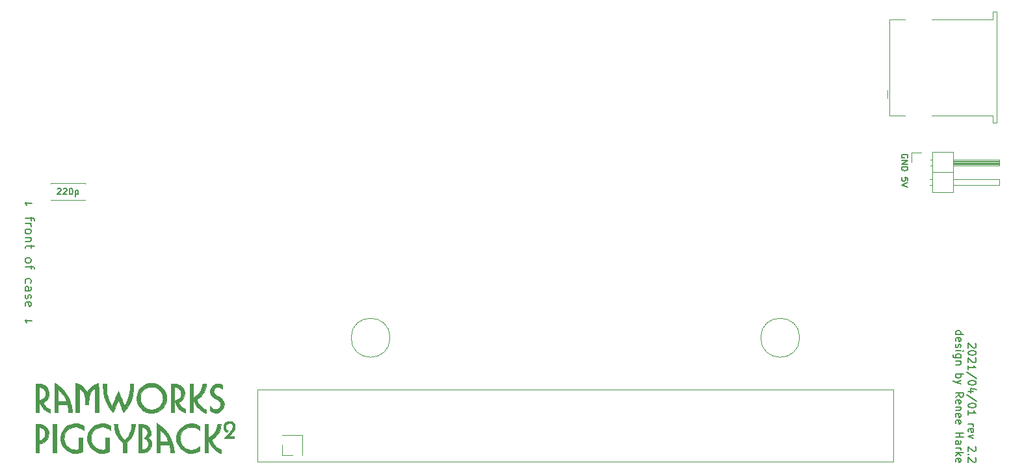
<source format=gbr>
G04 #@! TF.GenerationSoftware,KiCad,Pcbnew,(5.1.9-0-10_14)*
G04 #@! TF.CreationDate,2021-05-16T20:01:38-04:00*
G04 #@! TF.ProjectId,rw-piggyback,72772d70-6967-4677-9962-61636b2e6b69,rev?*
G04 #@! TF.SameCoordinates,Original*
G04 #@! TF.FileFunction,Legend,Top*
G04 #@! TF.FilePolarity,Positive*
%FSLAX46Y46*%
G04 Gerber Fmt 4.6, Leading zero omitted, Abs format (unit mm)*
G04 Created by KiCad (PCBNEW (5.1.9-0-10_14)) date 2021-05-16 20:01:38*
%MOMM*%
%LPD*%
G01*
G04 APERTURE LIST*
%ADD10C,0.150000*%
%ADD11C,0.120000*%
%ADD12C,0.175000*%
%ADD13C,0.010000*%
G04 APERTURE END LIST*
D10*
X196335595Y-92557619D02*
X196335595Y-92176666D01*
X195954642Y-92138571D01*
X195992738Y-92176666D01*
X196030833Y-92252857D01*
X196030833Y-92443333D01*
X195992738Y-92519523D01*
X195954642Y-92557619D01*
X195878452Y-92595714D01*
X195687976Y-92595714D01*
X195611785Y-92557619D01*
X195573690Y-92519523D01*
X195535595Y-92443333D01*
X195535595Y-92252857D01*
X195573690Y-92176666D01*
X195611785Y-92138571D01*
X196335595Y-92824285D02*
X195535595Y-93090952D01*
X196335595Y-93357619D01*
X196297500Y-89560476D02*
X196335595Y-89484285D01*
X196335595Y-89370000D01*
X196297500Y-89255714D01*
X196221309Y-89179523D01*
X196145119Y-89141428D01*
X195992738Y-89103333D01*
X195878452Y-89103333D01*
X195726071Y-89141428D01*
X195649880Y-89179523D01*
X195573690Y-89255714D01*
X195535595Y-89370000D01*
X195535595Y-89446190D01*
X195573690Y-89560476D01*
X195611785Y-89598571D01*
X195878452Y-89598571D01*
X195878452Y-89446190D01*
X195535595Y-89941428D02*
X196335595Y-89941428D01*
X195535595Y-90398571D01*
X196335595Y-90398571D01*
X195535595Y-90779523D02*
X196335595Y-90779523D01*
X196335595Y-90970000D01*
X196297500Y-91084285D01*
X196221309Y-91160476D01*
X196145119Y-91198571D01*
X195992738Y-91236666D01*
X195878452Y-91236666D01*
X195726071Y-91198571D01*
X195649880Y-91160476D01*
X195573690Y-91084285D01*
X195535595Y-90970000D01*
X195535595Y-90779523D01*
D11*
X182245000Y-113030000D02*
G75*
G03*
X182245000Y-113030000I-2540000J0D01*
G01*
X128905000Y-113030000D02*
G75*
G03*
X128905000Y-113030000I-2540000J0D01*
G01*
D10*
X205112380Y-113775833D02*
X205160000Y-113823452D01*
X205207619Y-113918690D01*
X205207619Y-114156785D01*
X205160000Y-114252023D01*
X205112380Y-114299642D01*
X205017142Y-114347261D01*
X204921904Y-114347261D01*
X204779047Y-114299642D01*
X204207619Y-113728214D01*
X204207619Y-114347261D01*
X205207619Y-114966309D02*
X205207619Y-115061547D01*
X205160000Y-115156785D01*
X205112380Y-115204404D01*
X205017142Y-115252023D01*
X204826666Y-115299642D01*
X204588571Y-115299642D01*
X204398095Y-115252023D01*
X204302857Y-115204404D01*
X204255238Y-115156785D01*
X204207619Y-115061547D01*
X204207619Y-114966309D01*
X204255238Y-114871071D01*
X204302857Y-114823452D01*
X204398095Y-114775833D01*
X204588571Y-114728214D01*
X204826666Y-114728214D01*
X205017142Y-114775833D01*
X205112380Y-114823452D01*
X205160000Y-114871071D01*
X205207619Y-114966309D01*
X205112380Y-115680595D02*
X205160000Y-115728214D01*
X205207619Y-115823452D01*
X205207619Y-116061547D01*
X205160000Y-116156785D01*
X205112380Y-116204404D01*
X205017142Y-116252023D01*
X204921904Y-116252023D01*
X204779047Y-116204404D01*
X204207619Y-115632976D01*
X204207619Y-116252023D01*
X204207619Y-117204404D02*
X204207619Y-116632976D01*
X204207619Y-116918690D02*
X205207619Y-116918690D01*
X205064761Y-116823452D01*
X204969523Y-116728214D01*
X204921904Y-116632976D01*
X205255238Y-118347261D02*
X203969523Y-117490119D01*
X205207619Y-118871071D02*
X205207619Y-118966309D01*
X205160000Y-119061547D01*
X205112380Y-119109166D01*
X205017142Y-119156785D01*
X204826666Y-119204404D01*
X204588571Y-119204404D01*
X204398095Y-119156785D01*
X204302857Y-119109166D01*
X204255238Y-119061547D01*
X204207619Y-118966309D01*
X204207619Y-118871071D01*
X204255238Y-118775833D01*
X204302857Y-118728214D01*
X204398095Y-118680595D01*
X204588571Y-118632976D01*
X204826666Y-118632976D01*
X205017142Y-118680595D01*
X205112380Y-118728214D01*
X205160000Y-118775833D01*
X205207619Y-118871071D01*
X204874285Y-120061547D02*
X204207619Y-120061547D01*
X205255238Y-119823452D02*
X204540952Y-119585357D01*
X204540952Y-120204404D01*
X205255238Y-121299642D02*
X203969523Y-120442500D01*
X205207619Y-121823452D02*
X205207619Y-121918690D01*
X205160000Y-122013928D01*
X205112380Y-122061547D01*
X205017142Y-122109166D01*
X204826666Y-122156785D01*
X204588571Y-122156785D01*
X204398095Y-122109166D01*
X204302857Y-122061547D01*
X204255238Y-122013928D01*
X204207619Y-121918690D01*
X204207619Y-121823452D01*
X204255238Y-121728214D01*
X204302857Y-121680595D01*
X204398095Y-121632976D01*
X204588571Y-121585357D01*
X204826666Y-121585357D01*
X205017142Y-121632976D01*
X205112380Y-121680595D01*
X205160000Y-121728214D01*
X205207619Y-121823452D01*
X204207619Y-123109166D02*
X204207619Y-122537738D01*
X204207619Y-122823452D02*
X205207619Y-122823452D01*
X205064761Y-122728214D01*
X204969523Y-122632976D01*
X204921904Y-122537738D01*
X204207619Y-124299642D02*
X204874285Y-124299642D01*
X204683809Y-124299642D02*
X204779047Y-124347261D01*
X204826666Y-124394880D01*
X204874285Y-124490119D01*
X204874285Y-124585357D01*
X204255238Y-125299642D02*
X204207619Y-125204404D01*
X204207619Y-125013928D01*
X204255238Y-124918690D01*
X204350476Y-124871071D01*
X204731428Y-124871071D01*
X204826666Y-124918690D01*
X204874285Y-125013928D01*
X204874285Y-125204404D01*
X204826666Y-125299642D01*
X204731428Y-125347261D01*
X204636190Y-125347261D01*
X204540952Y-124871071D01*
X204874285Y-125680595D02*
X204207619Y-125918690D01*
X204874285Y-126156785D01*
X205112380Y-127252023D02*
X205160000Y-127299642D01*
X205207619Y-127394880D01*
X205207619Y-127632976D01*
X205160000Y-127728214D01*
X205112380Y-127775833D01*
X205017142Y-127823452D01*
X204921904Y-127823452D01*
X204779047Y-127775833D01*
X204207619Y-127204404D01*
X204207619Y-127823452D01*
X204302857Y-128252023D02*
X204255238Y-128299642D01*
X204207619Y-128252023D01*
X204255238Y-128204404D01*
X204302857Y-128252023D01*
X204207619Y-128252023D01*
X205112380Y-128680595D02*
X205160000Y-128728214D01*
X205207619Y-128823452D01*
X205207619Y-129061547D01*
X205160000Y-129156785D01*
X205112380Y-129204404D01*
X205017142Y-129252023D01*
X204921904Y-129252023D01*
X204779047Y-129204404D01*
X204207619Y-128632976D01*
X204207619Y-129252023D01*
X202557619Y-112585357D02*
X203557619Y-112585357D01*
X202605238Y-112585357D02*
X202557619Y-112490119D01*
X202557619Y-112299642D01*
X202605238Y-112204404D01*
X202652857Y-112156785D01*
X202748095Y-112109166D01*
X203033809Y-112109166D01*
X203129047Y-112156785D01*
X203176666Y-112204404D01*
X203224285Y-112299642D01*
X203224285Y-112490119D01*
X203176666Y-112585357D01*
X202605238Y-113442500D02*
X202557619Y-113347261D01*
X202557619Y-113156785D01*
X202605238Y-113061547D01*
X202700476Y-113013928D01*
X203081428Y-113013928D01*
X203176666Y-113061547D01*
X203224285Y-113156785D01*
X203224285Y-113347261D01*
X203176666Y-113442500D01*
X203081428Y-113490119D01*
X202986190Y-113490119D01*
X202890952Y-113013928D01*
X202605238Y-113871071D02*
X202557619Y-113966309D01*
X202557619Y-114156785D01*
X202605238Y-114252023D01*
X202700476Y-114299642D01*
X202748095Y-114299642D01*
X202843333Y-114252023D01*
X202890952Y-114156785D01*
X202890952Y-114013928D01*
X202938571Y-113918690D01*
X203033809Y-113871071D01*
X203081428Y-113871071D01*
X203176666Y-113918690D01*
X203224285Y-114013928D01*
X203224285Y-114156785D01*
X203176666Y-114252023D01*
X202557619Y-114728214D02*
X203224285Y-114728214D01*
X203557619Y-114728214D02*
X203510000Y-114680595D01*
X203462380Y-114728214D01*
X203510000Y-114775833D01*
X203557619Y-114728214D01*
X203462380Y-114728214D01*
X203224285Y-115632976D02*
X202414761Y-115632976D01*
X202319523Y-115585357D01*
X202271904Y-115537738D01*
X202224285Y-115442500D01*
X202224285Y-115299642D01*
X202271904Y-115204404D01*
X202605238Y-115632976D02*
X202557619Y-115537738D01*
X202557619Y-115347261D01*
X202605238Y-115252023D01*
X202652857Y-115204404D01*
X202748095Y-115156785D01*
X203033809Y-115156785D01*
X203129047Y-115204404D01*
X203176666Y-115252023D01*
X203224285Y-115347261D01*
X203224285Y-115537738D01*
X203176666Y-115632976D01*
X203224285Y-116109166D02*
X202557619Y-116109166D01*
X203129047Y-116109166D02*
X203176666Y-116156785D01*
X203224285Y-116252023D01*
X203224285Y-116394880D01*
X203176666Y-116490119D01*
X203081428Y-116537738D01*
X202557619Y-116537738D01*
X202557619Y-117775833D02*
X203557619Y-117775833D01*
X203176666Y-117775833D02*
X203224285Y-117871071D01*
X203224285Y-118061547D01*
X203176666Y-118156785D01*
X203129047Y-118204404D01*
X203033809Y-118252023D01*
X202748095Y-118252023D01*
X202652857Y-118204404D01*
X202605238Y-118156785D01*
X202557619Y-118061547D01*
X202557619Y-117871071D01*
X202605238Y-117775833D01*
X203224285Y-118585357D02*
X202557619Y-118823452D01*
X203224285Y-119061547D02*
X202557619Y-118823452D01*
X202319523Y-118728214D01*
X202271904Y-118680595D01*
X202224285Y-118585357D01*
X202557619Y-120775833D02*
X203033809Y-120442500D01*
X202557619Y-120204404D02*
X203557619Y-120204404D01*
X203557619Y-120585357D01*
X203510000Y-120680595D01*
X203462380Y-120728214D01*
X203367142Y-120775833D01*
X203224285Y-120775833D01*
X203129047Y-120728214D01*
X203081428Y-120680595D01*
X203033809Y-120585357D01*
X203033809Y-120204404D01*
X202605238Y-121585357D02*
X202557619Y-121490119D01*
X202557619Y-121299642D01*
X202605238Y-121204404D01*
X202700476Y-121156785D01*
X203081428Y-121156785D01*
X203176666Y-121204404D01*
X203224285Y-121299642D01*
X203224285Y-121490119D01*
X203176666Y-121585357D01*
X203081428Y-121632976D01*
X202986190Y-121632976D01*
X202890952Y-121156785D01*
X203224285Y-122061547D02*
X202557619Y-122061547D01*
X203129047Y-122061547D02*
X203176666Y-122109166D01*
X203224285Y-122204404D01*
X203224285Y-122347261D01*
X203176666Y-122442500D01*
X203081428Y-122490119D01*
X202557619Y-122490119D01*
X202605238Y-123347261D02*
X202557619Y-123252023D01*
X202557619Y-123061547D01*
X202605238Y-122966309D01*
X202700476Y-122918690D01*
X203081428Y-122918690D01*
X203176666Y-122966309D01*
X203224285Y-123061547D01*
X203224285Y-123252023D01*
X203176666Y-123347261D01*
X203081428Y-123394880D01*
X202986190Y-123394880D01*
X202890952Y-122918690D01*
X202605238Y-124204404D02*
X202557619Y-124109166D01*
X202557619Y-123918690D01*
X202605238Y-123823452D01*
X202700476Y-123775833D01*
X203081428Y-123775833D01*
X203176666Y-123823452D01*
X203224285Y-123918690D01*
X203224285Y-124109166D01*
X203176666Y-124204404D01*
X203081428Y-124252023D01*
X202986190Y-124252023D01*
X202890952Y-123775833D01*
X202557619Y-125442500D02*
X203557619Y-125442500D01*
X203081428Y-125442500D02*
X203081428Y-126013928D01*
X202557619Y-126013928D02*
X203557619Y-126013928D01*
X202557619Y-126918690D02*
X203081428Y-126918690D01*
X203176666Y-126871071D01*
X203224285Y-126775833D01*
X203224285Y-126585357D01*
X203176666Y-126490119D01*
X202605238Y-126918690D02*
X202557619Y-126823452D01*
X202557619Y-126585357D01*
X202605238Y-126490119D01*
X202700476Y-126442500D01*
X202795714Y-126442500D01*
X202890952Y-126490119D01*
X202938571Y-126585357D01*
X202938571Y-126823452D01*
X202986190Y-126918690D01*
X202557619Y-127394880D02*
X203224285Y-127394880D01*
X203033809Y-127394880D02*
X203129047Y-127442500D01*
X203176666Y-127490119D01*
X203224285Y-127585357D01*
X203224285Y-127680595D01*
X202557619Y-128013928D02*
X203557619Y-128013928D01*
X202938571Y-128109166D02*
X202557619Y-128394880D01*
X203224285Y-128394880D02*
X202843333Y-128013928D01*
X202605238Y-129204404D02*
X202557619Y-129109166D01*
X202557619Y-128918690D01*
X202605238Y-128823452D01*
X202700476Y-128775833D01*
X203081428Y-128775833D01*
X203176666Y-128823452D01*
X203224285Y-128918690D01*
X203224285Y-129109166D01*
X203176666Y-129204404D01*
X203081428Y-129252023D01*
X202986190Y-129252023D01*
X202890952Y-128775833D01*
D12*
X82286428Y-95530357D02*
X81372142Y-95530357D01*
X81600714Y-95758928D02*
X81372142Y-95530357D01*
X81600714Y-95301785D01*
X82172142Y-97301785D02*
X82172142Y-97758928D01*
X81372142Y-97473214D02*
X82400714Y-97473214D01*
X82515000Y-97530357D01*
X82572142Y-97644642D01*
X82572142Y-97758928D01*
X81372142Y-98158928D02*
X82172142Y-98158928D01*
X81943571Y-98158928D02*
X82057857Y-98216071D01*
X82115000Y-98273214D01*
X82172142Y-98387500D01*
X82172142Y-98501785D01*
X81372142Y-99073214D02*
X81429285Y-98958928D01*
X81486428Y-98901785D01*
X81600714Y-98844642D01*
X81943571Y-98844642D01*
X82057857Y-98901785D01*
X82115000Y-98958928D01*
X82172142Y-99073214D01*
X82172142Y-99244642D01*
X82115000Y-99358928D01*
X82057857Y-99416071D01*
X81943571Y-99473214D01*
X81600714Y-99473214D01*
X81486428Y-99416071D01*
X81429285Y-99358928D01*
X81372142Y-99244642D01*
X81372142Y-99073214D01*
X82172142Y-99987500D02*
X81372142Y-99987500D01*
X82057857Y-99987500D02*
X82115000Y-100044642D01*
X82172142Y-100158928D01*
X82172142Y-100330357D01*
X82115000Y-100444642D01*
X82000714Y-100501785D01*
X81372142Y-100501785D01*
X82172142Y-100901785D02*
X82172142Y-101358928D01*
X82572142Y-101073214D02*
X81543571Y-101073214D01*
X81429285Y-101130357D01*
X81372142Y-101244642D01*
X81372142Y-101358928D01*
X81372142Y-102844642D02*
X81429285Y-102730357D01*
X81486428Y-102673214D01*
X81600714Y-102616071D01*
X81943571Y-102616071D01*
X82057857Y-102673214D01*
X82115000Y-102730357D01*
X82172142Y-102844642D01*
X82172142Y-103016071D01*
X82115000Y-103130357D01*
X82057857Y-103187500D01*
X81943571Y-103244642D01*
X81600714Y-103244642D01*
X81486428Y-103187500D01*
X81429285Y-103130357D01*
X81372142Y-103016071D01*
X81372142Y-102844642D01*
X82172142Y-103587500D02*
X82172142Y-104044642D01*
X81372142Y-103758928D02*
X82400714Y-103758928D01*
X82515000Y-103816071D01*
X82572142Y-103930357D01*
X82572142Y-104044642D01*
X81429285Y-105873214D02*
X81372142Y-105758928D01*
X81372142Y-105530357D01*
X81429285Y-105416071D01*
X81486428Y-105358928D01*
X81600714Y-105301785D01*
X81943571Y-105301785D01*
X82057857Y-105358928D01*
X82115000Y-105416071D01*
X82172142Y-105530357D01*
X82172142Y-105758928D01*
X82115000Y-105873214D01*
X81372142Y-106901785D02*
X82000714Y-106901785D01*
X82115000Y-106844642D01*
X82172142Y-106730357D01*
X82172142Y-106501785D01*
X82115000Y-106387500D01*
X81429285Y-106901785D02*
X81372142Y-106787500D01*
X81372142Y-106501785D01*
X81429285Y-106387500D01*
X81543571Y-106330357D01*
X81657857Y-106330357D01*
X81772142Y-106387500D01*
X81829285Y-106501785D01*
X81829285Y-106787500D01*
X81886428Y-106901785D01*
X81429285Y-107416071D02*
X81372142Y-107530357D01*
X81372142Y-107758928D01*
X81429285Y-107873214D01*
X81543571Y-107930357D01*
X81600714Y-107930357D01*
X81715000Y-107873214D01*
X81772142Y-107758928D01*
X81772142Y-107587500D01*
X81829285Y-107473214D01*
X81943571Y-107416071D01*
X82000714Y-107416071D01*
X82115000Y-107473214D01*
X82172142Y-107587500D01*
X82172142Y-107758928D01*
X82115000Y-107873214D01*
X81429285Y-108901785D02*
X81372142Y-108787500D01*
X81372142Y-108558928D01*
X81429285Y-108444642D01*
X81543571Y-108387500D01*
X82000714Y-108387500D01*
X82115000Y-108444642D01*
X82172142Y-108558928D01*
X82172142Y-108787500D01*
X82115000Y-108901785D01*
X82000714Y-108958928D01*
X81886428Y-108958928D01*
X81772142Y-108387500D01*
X82286428Y-110844642D02*
X81372142Y-110844642D01*
X81600714Y-111073214D02*
X81372142Y-110844642D01*
X81600714Y-110616071D01*
D13*
G36*
X106863299Y-124384627D02*
G01*
X106844817Y-124606364D01*
X106792227Y-124849809D01*
X106709814Y-125101052D01*
X106601861Y-125346180D01*
X106522346Y-125491749D01*
X106404982Y-125662645D01*
X106257973Y-125836269D01*
X106095818Y-125997429D01*
X105933015Y-126130931D01*
X105873725Y-126171424D01*
X105790046Y-126225054D01*
X105724802Y-126267120D01*
X105689404Y-126290256D01*
X105686533Y-126292236D01*
X105684524Y-126323329D01*
X105701564Y-126389674D01*
X105733101Y-126479769D01*
X105774586Y-126582115D01*
X105821465Y-126685209D01*
X105869189Y-126777552D01*
X105896963Y-126823985D01*
X106021330Y-126993110D01*
X106169427Y-127156877D01*
X106331464Y-127306925D01*
X106497652Y-127434889D01*
X106658202Y-127532408D01*
X106790702Y-127587508D01*
X106858606Y-127613749D01*
X106901264Y-127641255D01*
X106906432Y-127648696D01*
X106910918Y-127687582D01*
X106912563Y-127764045D01*
X106911136Y-127863358D01*
X106910253Y-127890569D01*
X106902577Y-128102481D01*
X106771649Y-128056061D01*
X106462948Y-127919651D01*
X106180038Y-127740725D01*
X105926772Y-127524042D01*
X105707005Y-127274362D01*
X105524590Y-126996442D01*
X105383382Y-126695043D01*
X105287233Y-126374922D01*
X105253483Y-126181394D01*
X105236595Y-126050159D01*
X105375669Y-125981719D01*
X105633228Y-125826484D01*
X105861659Y-125631316D01*
X106056770Y-125402334D01*
X106214371Y-125145658D01*
X106330270Y-124867408D01*
X106400278Y-124573701D01*
X106413331Y-124466546D01*
X106431237Y-124270154D01*
X106863299Y-124254944D01*
X106863299Y-124384627D01*
G37*
X106863299Y-124384627D02*
X106844817Y-124606364D01*
X106792227Y-124849809D01*
X106709814Y-125101052D01*
X106601861Y-125346180D01*
X106522346Y-125491749D01*
X106404982Y-125662645D01*
X106257973Y-125836269D01*
X106095818Y-125997429D01*
X105933015Y-126130931D01*
X105873725Y-126171424D01*
X105790046Y-126225054D01*
X105724802Y-126267120D01*
X105689404Y-126290256D01*
X105686533Y-126292236D01*
X105684524Y-126323329D01*
X105701564Y-126389674D01*
X105733101Y-126479769D01*
X105774586Y-126582115D01*
X105821465Y-126685209D01*
X105869189Y-126777552D01*
X105896963Y-126823985D01*
X106021330Y-126993110D01*
X106169427Y-127156877D01*
X106331464Y-127306925D01*
X106497652Y-127434889D01*
X106658202Y-127532408D01*
X106790702Y-127587508D01*
X106858606Y-127613749D01*
X106901264Y-127641255D01*
X106906432Y-127648696D01*
X106910918Y-127687582D01*
X106912563Y-127764045D01*
X106911136Y-127863358D01*
X106910253Y-127890569D01*
X106902577Y-128102481D01*
X106771649Y-128056061D01*
X106462948Y-127919651D01*
X106180038Y-127740725D01*
X105926772Y-127524042D01*
X105707005Y-127274362D01*
X105524590Y-126996442D01*
X105383382Y-126695043D01*
X105287233Y-126374922D01*
X105253483Y-126181394D01*
X105236595Y-126050159D01*
X105375669Y-125981719D01*
X105633228Y-125826484D01*
X105861659Y-125631316D01*
X106056770Y-125402334D01*
X106214371Y-125145658D01*
X106330270Y-124867408D01*
X106400278Y-124573701D01*
X106413331Y-124466546D01*
X106431237Y-124270154D01*
X106863299Y-124254944D01*
X106863299Y-124384627D01*
G36*
X88242284Y-124236352D02*
G01*
X88478737Y-124285520D01*
X88699319Y-124355901D01*
X88888207Y-124444046D01*
X88919592Y-124462757D01*
X89030834Y-124532010D01*
X89030928Y-125096696D01*
X88893074Y-124992616D01*
X88696145Y-124867036D01*
X88474954Y-124765149D01*
X88245258Y-124692553D01*
X88022814Y-124654848D01*
X87931134Y-124650754D01*
X87842750Y-124656425D01*
X87729757Y-124671199D01*
X87630000Y-124689239D01*
X87370992Y-124768751D01*
X87136646Y-124890264D01*
X86930403Y-125048423D01*
X86755705Y-125237877D01*
X86615991Y-125453269D01*
X86514705Y-125689248D01*
X86455287Y-125940460D01*
X86441178Y-126201550D01*
X86475821Y-126467166D01*
X86478815Y-126480135D01*
X86563477Y-126728515D01*
X86693115Y-126959470D01*
X86861534Y-127166722D01*
X87062538Y-127343994D01*
X87289934Y-127485007D01*
X87537525Y-127583485D01*
X87578998Y-127594978D01*
X87741671Y-127623249D01*
X87928596Y-127633710D01*
X88114619Y-127625921D01*
X88244072Y-127606644D01*
X88376289Y-127578289D01*
X88376289Y-126090051D01*
X88847629Y-126090051D01*
X88847629Y-126964062D01*
X88847162Y-127215724D01*
X88845660Y-127419212D01*
X88842969Y-127578716D01*
X88838939Y-127698427D01*
X88833415Y-127782534D01*
X88826246Y-127835227D01*
X88817279Y-127860697D01*
X88814897Y-127863182D01*
X88767554Y-127889025D01*
X88685570Y-127924404D01*
X88584338Y-127963379D01*
X88479248Y-128000011D01*
X88389381Y-128027363D01*
X88313037Y-128041113D01*
X88200081Y-128053066D01*
X88066264Y-128062452D01*
X87927335Y-128068500D01*
X87799044Y-128070440D01*
X87697141Y-128067500D01*
X87656185Y-128063233D01*
X87338542Y-127987164D01*
X87045752Y-127866827D01*
X86781139Y-127705072D01*
X86548025Y-127504748D01*
X86349735Y-127268703D01*
X86189592Y-126999786D01*
X86072336Y-126705412D01*
X86037814Y-126562696D01*
X86012070Y-126391885D01*
X86000807Y-126259187D01*
X86008227Y-125942444D01*
X86063538Y-125640387D01*
X86163400Y-125356845D01*
X86304471Y-125095643D01*
X86483410Y-124860610D01*
X86696877Y-124655571D01*
X86941529Y-124484355D01*
X87214025Y-124350789D01*
X87511026Y-124258698D01*
X87785049Y-124215450D01*
X88005780Y-124211846D01*
X88242284Y-124236352D01*
G37*
X88242284Y-124236352D02*
X88478737Y-124285520D01*
X88699319Y-124355901D01*
X88888207Y-124444046D01*
X88919592Y-124462757D01*
X89030834Y-124532010D01*
X89030928Y-125096696D01*
X88893074Y-124992616D01*
X88696145Y-124867036D01*
X88474954Y-124765149D01*
X88245258Y-124692553D01*
X88022814Y-124654848D01*
X87931134Y-124650754D01*
X87842750Y-124656425D01*
X87729757Y-124671199D01*
X87630000Y-124689239D01*
X87370992Y-124768751D01*
X87136646Y-124890264D01*
X86930403Y-125048423D01*
X86755705Y-125237877D01*
X86615991Y-125453269D01*
X86514705Y-125689248D01*
X86455287Y-125940460D01*
X86441178Y-126201550D01*
X86475821Y-126467166D01*
X86478815Y-126480135D01*
X86563477Y-126728515D01*
X86693115Y-126959470D01*
X86861534Y-127166722D01*
X87062538Y-127343994D01*
X87289934Y-127485007D01*
X87537525Y-127583485D01*
X87578998Y-127594978D01*
X87741671Y-127623249D01*
X87928596Y-127633710D01*
X88114619Y-127625921D01*
X88244072Y-127606644D01*
X88376289Y-127578289D01*
X88376289Y-126090051D01*
X88847629Y-126090051D01*
X88847629Y-126964062D01*
X88847162Y-127215724D01*
X88845660Y-127419212D01*
X88842969Y-127578716D01*
X88838939Y-127698427D01*
X88833415Y-127782534D01*
X88826246Y-127835227D01*
X88817279Y-127860697D01*
X88814897Y-127863182D01*
X88767554Y-127889025D01*
X88685570Y-127924404D01*
X88584338Y-127963379D01*
X88479248Y-128000011D01*
X88389381Y-128027363D01*
X88313037Y-128041113D01*
X88200081Y-128053066D01*
X88066264Y-128062452D01*
X87927335Y-128068500D01*
X87799044Y-128070440D01*
X87697141Y-128067500D01*
X87656185Y-128063233D01*
X87338542Y-127987164D01*
X87045752Y-127866827D01*
X86781139Y-127705072D01*
X86548025Y-127504748D01*
X86349735Y-127268703D01*
X86189592Y-126999786D01*
X86072336Y-126705412D01*
X86037814Y-126562696D01*
X86012070Y-126391885D01*
X86000807Y-126259187D01*
X86008227Y-125942444D01*
X86063538Y-125640387D01*
X86163400Y-125356845D01*
X86304471Y-125095643D01*
X86483410Y-124860610D01*
X86696877Y-124655571D01*
X86941529Y-124484355D01*
X87214025Y-124350789D01*
X87511026Y-124258698D01*
X87785049Y-124215450D01*
X88005780Y-124211846D01*
X88242284Y-124236352D01*
G36*
X91724964Y-124236352D02*
G01*
X91961418Y-124285520D01*
X92182000Y-124355901D01*
X92370888Y-124444046D01*
X92402273Y-124462757D01*
X92513514Y-124532010D01*
X92513608Y-125096696D01*
X92375755Y-124992616D01*
X92178825Y-124867036D01*
X91957634Y-124765149D01*
X91727938Y-124692553D01*
X91505494Y-124654848D01*
X91413814Y-124650754D01*
X91325430Y-124656425D01*
X91212437Y-124671199D01*
X91112680Y-124689239D01*
X90853673Y-124768751D01*
X90619327Y-124890264D01*
X90413084Y-125048423D01*
X90238385Y-125237877D01*
X90098672Y-125453269D01*
X89997386Y-125689248D01*
X89937968Y-125940460D01*
X89923859Y-126201550D01*
X89958501Y-126467166D01*
X89961496Y-126480135D01*
X90046158Y-126728515D01*
X90175795Y-126959470D01*
X90344214Y-127166722D01*
X90545219Y-127343994D01*
X90772614Y-127485007D01*
X91020206Y-127583485D01*
X91061679Y-127594978D01*
X91224351Y-127623249D01*
X91411276Y-127633710D01*
X91597299Y-127625921D01*
X91726752Y-127606644D01*
X91858969Y-127578289D01*
X91858969Y-126090051D01*
X92330309Y-126090051D01*
X92330309Y-126964062D01*
X92329842Y-127215724D01*
X92328340Y-127419212D01*
X92325650Y-127578716D01*
X92321619Y-127698427D01*
X92316096Y-127782534D01*
X92308926Y-127835227D01*
X92299959Y-127860697D01*
X92297577Y-127863182D01*
X92250234Y-127889025D01*
X92168251Y-127924404D01*
X92067018Y-127963379D01*
X91961929Y-128000011D01*
X91872062Y-128027363D01*
X91795717Y-128041113D01*
X91682761Y-128053066D01*
X91548944Y-128062452D01*
X91410015Y-128068500D01*
X91281724Y-128070440D01*
X91179821Y-128067500D01*
X91138866Y-128063233D01*
X90821222Y-127987164D01*
X90528432Y-127866827D01*
X90263819Y-127705072D01*
X90030706Y-127504748D01*
X89832416Y-127268703D01*
X89672272Y-126999786D01*
X89555016Y-126705412D01*
X89520495Y-126562696D01*
X89494751Y-126391885D01*
X89483488Y-126259187D01*
X89490907Y-125942444D01*
X89546219Y-125640387D01*
X89646080Y-125356845D01*
X89787151Y-125095643D01*
X89966091Y-124860610D01*
X90179557Y-124655571D01*
X90424209Y-124484355D01*
X90696706Y-124350789D01*
X90993706Y-124258698D01*
X91267729Y-124215450D01*
X91488460Y-124211846D01*
X91724964Y-124236352D01*
G37*
X91724964Y-124236352D02*
X91961418Y-124285520D01*
X92182000Y-124355901D01*
X92370888Y-124444046D01*
X92402273Y-124462757D01*
X92513514Y-124532010D01*
X92513608Y-125096696D01*
X92375755Y-124992616D01*
X92178825Y-124867036D01*
X91957634Y-124765149D01*
X91727938Y-124692553D01*
X91505494Y-124654848D01*
X91413814Y-124650754D01*
X91325430Y-124656425D01*
X91212437Y-124671199D01*
X91112680Y-124689239D01*
X90853673Y-124768751D01*
X90619327Y-124890264D01*
X90413084Y-125048423D01*
X90238385Y-125237877D01*
X90098672Y-125453269D01*
X89997386Y-125689248D01*
X89937968Y-125940460D01*
X89923859Y-126201550D01*
X89958501Y-126467166D01*
X89961496Y-126480135D01*
X90046158Y-126728515D01*
X90175795Y-126959470D01*
X90344214Y-127166722D01*
X90545219Y-127343994D01*
X90772614Y-127485007D01*
X91020206Y-127583485D01*
X91061679Y-127594978D01*
X91224351Y-127623249D01*
X91411276Y-127633710D01*
X91597299Y-127625921D01*
X91726752Y-127606644D01*
X91858969Y-127578289D01*
X91858969Y-126090051D01*
X92330309Y-126090051D01*
X92330309Y-126964062D01*
X92329842Y-127215724D01*
X92328340Y-127419212D01*
X92325650Y-127578716D01*
X92321619Y-127698427D01*
X92316096Y-127782534D01*
X92308926Y-127835227D01*
X92299959Y-127860697D01*
X92297577Y-127863182D01*
X92250234Y-127889025D01*
X92168251Y-127924404D01*
X92067018Y-127963379D01*
X91961929Y-128000011D01*
X91872062Y-128027363D01*
X91795717Y-128041113D01*
X91682761Y-128053066D01*
X91548944Y-128062452D01*
X91410015Y-128068500D01*
X91281724Y-128070440D01*
X91179821Y-128067500D01*
X91138866Y-128063233D01*
X90821222Y-127987164D01*
X90528432Y-127866827D01*
X90263819Y-127705072D01*
X90030706Y-127504748D01*
X89832416Y-127268703D01*
X89672272Y-126999786D01*
X89555016Y-126705412D01*
X89520495Y-126562696D01*
X89494751Y-126391885D01*
X89483488Y-126259187D01*
X89490907Y-125942444D01*
X89546219Y-125640387D01*
X89646080Y-125356845D01*
X89787151Y-125095643D01*
X89966091Y-124860610D01*
X90179557Y-124655571D01*
X90424209Y-124484355D01*
X90696706Y-124350789D01*
X90993706Y-124258698D01*
X91267729Y-124215450D01*
X91488460Y-124211846D01*
X91724964Y-124236352D01*
G36*
X103014020Y-124219987D02*
G01*
X103224772Y-124227510D01*
X103406986Y-124251475D01*
X103580503Y-124296384D01*
X103765160Y-124366739D01*
X103871598Y-124414607D01*
X104087629Y-124515520D01*
X104087629Y-125094188D01*
X103908608Y-124963570D01*
X103664978Y-124814867D01*
X103410912Y-124715616D01*
X103149819Y-124666735D01*
X102885104Y-124669142D01*
X102838008Y-124674997D01*
X102563922Y-124738204D01*
X102313356Y-124844206D01*
X102090201Y-124988647D01*
X101898354Y-125167171D01*
X101741708Y-125375419D01*
X101624156Y-125609036D01*
X101549592Y-125863663D01*
X101521912Y-126134944D01*
X101521830Y-126147680D01*
X101543742Y-126420374D01*
X101611787Y-126670476D01*
X101727539Y-126901729D01*
X101892573Y-127117874D01*
X101959610Y-127188010D01*
X102173259Y-127370681D01*
X102398818Y-127503736D01*
X102641177Y-127589017D01*
X102905224Y-127628366D01*
X103128728Y-127628394D01*
X103317604Y-127608414D01*
X103482424Y-127567543D01*
X103638806Y-127499727D01*
X103802369Y-127398910D01*
X103896130Y-127330916D01*
X103988016Y-127262351D01*
X104063526Y-127207394D01*
X104113541Y-127172595D01*
X104128946Y-127163660D01*
X104133498Y-127188035D01*
X104137140Y-127253923D01*
X104139432Y-127350469D01*
X104140000Y-127436707D01*
X104139381Y-127559410D01*
X104135908Y-127641090D01*
X104127157Y-127693095D01*
X104110704Y-127726770D01*
X104084124Y-127753464D01*
X104069880Y-127764911D01*
X103973550Y-127827304D01*
X103843968Y-127893097D01*
X103698991Y-127954251D01*
X103556473Y-128002730D01*
X103518172Y-128013265D01*
X103366666Y-128041975D01*
X103185590Y-128060721D01*
X102996436Y-128068446D01*
X102820695Y-128064094D01*
X102713822Y-128052779D01*
X102413875Y-127979847D01*
X102132212Y-127859913D01*
X101872763Y-127696342D01*
X101639461Y-127492499D01*
X101436238Y-127251748D01*
X101267026Y-126977454D01*
X101150987Y-126715370D01*
X101076966Y-126443213D01*
X101051869Y-126166653D01*
X101073051Y-125890408D01*
X101137866Y-125619197D01*
X101243669Y-125357741D01*
X101387813Y-125110757D01*
X101567653Y-124882966D01*
X101780542Y-124679087D01*
X102023837Y-124503838D01*
X102294889Y-124361940D01*
X102516495Y-124279717D01*
X102623923Y-124250249D01*
X102727168Y-124231911D01*
X102844306Y-124222534D01*
X102993416Y-124219945D01*
X103014020Y-124219987D01*
G37*
X103014020Y-124219987D02*
X103224772Y-124227510D01*
X103406986Y-124251475D01*
X103580503Y-124296384D01*
X103765160Y-124366739D01*
X103871598Y-124414607D01*
X104087629Y-124515520D01*
X104087629Y-125094188D01*
X103908608Y-124963570D01*
X103664978Y-124814867D01*
X103410912Y-124715616D01*
X103149819Y-124666735D01*
X102885104Y-124669142D01*
X102838008Y-124674997D01*
X102563922Y-124738204D01*
X102313356Y-124844206D01*
X102090201Y-124988647D01*
X101898354Y-125167171D01*
X101741708Y-125375419D01*
X101624156Y-125609036D01*
X101549592Y-125863663D01*
X101521912Y-126134944D01*
X101521830Y-126147680D01*
X101543742Y-126420374D01*
X101611787Y-126670476D01*
X101727539Y-126901729D01*
X101892573Y-127117874D01*
X101959610Y-127188010D01*
X102173259Y-127370681D01*
X102398818Y-127503736D01*
X102641177Y-127589017D01*
X102905224Y-127628366D01*
X103128728Y-127628394D01*
X103317604Y-127608414D01*
X103482424Y-127567543D01*
X103638806Y-127499727D01*
X103802369Y-127398910D01*
X103896130Y-127330916D01*
X103988016Y-127262351D01*
X104063526Y-127207394D01*
X104113541Y-127172595D01*
X104128946Y-127163660D01*
X104133498Y-127188035D01*
X104137140Y-127253923D01*
X104139432Y-127350469D01*
X104140000Y-127436707D01*
X104139381Y-127559410D01*
X104135908Y-127641090D01*
X104127157Y-127693095D01*
X104110704Y-127726770D01*
X104084124Y-127753464D01*
X104069880Y-127764911D01*
X103973550Y-127827304D01*
X103843968Y-127893097D01*
X103698991Y-127954251D01*
X103556473Y-128002730D01*
X103518172Y-128013265D01*
X103366666Y-128041975D01*
X103185590Y-128060721D01*
X102996436Y-128068446D01*
X102820695Y-128064094D01*
X102713822Y-128052779D01*
X102413875Y-127979847D01*
X102132212Y-127859913D01*
X101872763Y-127696342D01*
X101639461Y-127492499D01*
X101436238Y-127251748D01*
X101267026Y-126977454D01*
X101150987Y-126715370D01*
X101076966Y-126443213D01*
X101051869Y-126166653D01*
X101073051Y-125890408D01*
X101137866Y-125619197D01*
X101243669Y-125357741D01*
X101387813Y-125110757D01*
X101567653Y-124882966D01*
X101780542Y-124679087D01*
X102023837Y-124503838D01*
X102294889Y-124361940D01*
X102516495Y-124279717D01*
X102623923Y-124250249D01*
X102727168Y-124231911D01*
X102844306Y-124222534D01*
X102993416Y-124219945D01*
X103014020Y-124219987D01*
G36*
X83067165Y-124264548D02*
G01*
X83323856Y-124287234D01*
X83540430Y-124330915D01*
X83726256Y-124399453D01*
X83890706Y-124496708D01*
X84043151Y-124626541D01*
X84107028Y-124693001D01*
X84257797Y-124893233D01*
X84362192Y-125108148D01*
X84422138Y-125332185D01*
X84439563Y-125559787D01*
X84416394Y-125785396D01*
X84354558Y-126003452D01*
X84255981Y-126208398D01*
X84122592Y-126394674D01*
X83956316Y-126556723D01*
X83759080Y-126688985D01*
X83532813Y-126785902D01*
X83366858Y-126828120D01*
X83191546Y-126861376D01*
X83191546Y-128027783D01*
X82746392Y-128027783D01*
X82746392Y-126411397D01*
X83191546Y-126411397D01*
X83309219Y-126395268D01*
X83404972Y-126372793D01*
X83510932Y-126334636D01*
X83553098Y-126315186D01*
X83695523Y-126218540D01*
X83823857Y-126085750D01*
X83922858Y-125933031D01*
X83933983Y-125909958D01*
X83973825Y-125779286D01*
X83991864Y-125621352D01*
X83988118Y-125456504D01*
X83962607Y-125305087D01*
X83933366Y-125221328D01*
X83832542Y-125055787D01*
X83697456Y-124913001D01*
X83539030Y-124801721D01*
X83368189Y-124730698D01*
X83302835Y-124716176D01*
X83191546Y-124697613D01*
X83191546Y-126411397D01*
X82746392Y-126411397D01*
X82746392Y-124249102D01*
X83067165Y-124264548D01*
G37*
X83067165Y-124264548D02*
X83323856Y-124287234D01*
X83540430Y-124330915D01*
X83726256Y-124399453D01*
X83890706Y-124496708D01*
X84043151Y-124626541D01*
X84107028Y-124693001D01*
X84257797Y-124893233D01*
X84362192Y-125108148D01*
X84422138Y-125332185D01*
X84439563Y-125559787D01*
X84416394Y-125785396D01*
X84354558Y-126003452D01*
X84255981Y-126208398D01*
X84122592Y-126394674D01*
X83956316Y-126556723D01*
X83759080Y-126688985D01*
X83532813Y-126785902D01*
X83366858Y-126828120D01*
X83191546Y-126861376D01*
X83191546Y-128027783D01*
X82746392Y-128027783D01*
X82746392Y-126411397D01*
X83191546Y-126411397D01*
X83309219Y-126395268D01*
X83404972Y-126372793D01*
X83510932Y-126334636D01*
X83553098Y-126315186D01*
X83695523Y-126218540D01*
X83823857Y-126085750D01*
X83922858Y-125933031D01*
X83933983Y-125909958D01*
X83973825Y-125779286D01*
X83991864Y-125621352D01*
X83988118Y-125456504D01*
X83962607Y-125305087D01*
X83933366Y-125221328D01*
X83832542Y-125055787D01*
X83697456Y-124913001D01*
X83539030Y-124801721D01*
X83368189Y-124730698D01*
X83302835Y-124716176D01*
X83191546Y-124697613D01*
X83191546Y-126411397D01*
X82746392Y-126411397D01*
X82746392Y-124249102D01*
X83067165Y-124264548D01*
G36*
X85443505Y-128027783D02*
G01*
X84972165Y-128027783D01*
X84972165Y-124257062D01*
X85443505Y-124257062D01*
X85443505Y-128027783D01*
G37*
X85443505Y-128027783D02*
X84972165Y-128027783D01*
X84972165Y-124257062D01*
X85443505Y-124257062D01*
X85443505Y-128027783D01*
G36*
X95681978Y-124433814D02*
G01*
X95656956Y-124768007D01*
X95584142Y-125108639D01*
X95466449Y-125449040D01*
X95306792Y-125782543D01*
X95108082Y-126102479D01*
X94873233Y-126402180D01*
X94775325Y-126509161D01*
X94582268Y-126711232D01*
X94582268Y-128027783D01*
X94110928Y-128027783D01*
X94110928Y-126738213D01*
X93881533Y-126498262D01*
X93611978Y-126188840D01*
X93392390Y-125874974D01*
X93220371Y-125551475D01*
X93093521Y-125213156D01*
X93009442Y-124854828D01*
X92969420Y-124525464D01*
X92951249Y-124283247D01*
X93403917Y-124283247D01*
X93404261Y-124446907D01*
X93425394Y-124704140D01*
X93484560Y-124979751D01*
X93576953Y-125261993D01*
X93697763Y-125539122D01*
X93842184Y-125799392D01*
X94005407Y-126031058D01*
X94095575Y-126135738D01*
X94189286Y-126234936D01*
X94257352Y-126298059D01*
X94309535Y-126327620D01*
X94355595Y-126326134D01*
X94405295Y-126296114D01*
X94468394Y-126240074D01*
X94475367Y-126233557D01*
X94663365Y-126026290D01*
X94831518Y-125778459D01*
X94975751Y-125499441D01*
X95091984Y-125198612D01*
X95176142Y-124885350D01*
X95224146Y-124569032D01*
X95229493Y-124499278D01*
X95244602Y-124257062D01*
X95682062Y-124257062D01*
X95681978Y-124433814D01*
G37*
X95681978Y-124433814D02*
X95656956Y-124768007D01*
X95584142Y-125108639D01*
X95466449Y-125449040D01*
X95306792Y-125782543D01*
X95108082Y-126102479D01*
X94873233Y-126402180D01*
X94775325Y-126509161D01*
X94582268Y-126711232D01*
X94582268Y-128027783D01*
X94110928Y-128027783D01*
X94110928Y-126738213D01*
X93881533Y-126498262D01*
X93611978Y-126188840D01*
X93392390Y-125874974D01*
X93220371Y-125551475D01*
X93093521Y-125213156D01*
X93009442Y-124854828D01*
X92969420Y-124525464D01*
X92951249Y-124283247D01*
X93403917Y-124283247D01*
X93404261Y-124446907D01*
X93425394Y-124704140D01*
X93484560Y-124979751D01*
X93576953Y-125261993D01*
X93697763Y-125539122D01*
X93842184Y-125799392D01*
X94005407Y-126031058D01*
X94095575Y-126135738D01*
X94189286Y-126234936D01*
X94257352Y-126298059D01*
X94309535Y-126327620D01*
X94355595Y-126326134D01*
X94405295Y-126296114D01*
X94468394Y-126240074D01*
X94475367Y-126233557D01*
X94663365Y-126026290D01*
X94831518Y-125778459D01*
X94975751Y-125499441D01*
X95091984Y-125198612D01*
X95176142Y-124885350D01*
X95224146Y-124569032D01*
X95229493Y-124499278D01*
X95244602Y-124257062D01*
X95682062Y-124257062D01*
X95681978Y-124433814D01*
G36*
X96317062Y-124257406D02*
G01*
X96487606Y-124267748D01*
X96678377Y-124295541D01*
X96869782Y-124336766D01*
X97042226Y-124387406D01*
X97141417Y-124426420D01*
X97326519Y-124538788D01*
X97485199Y-124691621D01*
X97611518Y-124877185D01*
X97699534Y-125087746D01*
X97724448Y-125185596D01*
X97747005Y-125403929D01*
X97721855Y-125605330D01*
X97649808Y-125786701D01*
X97531674Y-125944945D01*
X97523968Y-125952802D01*
X97387090Y-126090500D01*
X97490479Y-126143245D01*
X97588961Y-126218210D01*
X97680626Y-126332870D01*
X97759081Y-126474547D01*
X97817930Y-126630567D01*
X97850780Y-126788255D01*
X97855464Y-126866738D01*
X97832110Y-127073177D01*
X97766200Y-127283552D01*
X97663958Y-127482747D01*
X97531610Y-127655643D01*
X97529806Y-127657558D01*
X97382789Y-127787856D01*
X97213793Y-127887823D01*
X97016947Y-127959395D01*
X96786376Y-128004507D01*
X96516208Y-128025092D01*
X96408711Y-128026870D01*
X96127216Y-128027783D01*
X96127216Y-127582629D01*
X96598557Y-127582629D01*
X96698546Y-127582629D01*
X96783363Y-127574797D01*
X96886427Y-127554884D01*
X96937433Y-127541381D01*
X97093365Y-127468942D01*
X97224085Y-127355938D01*
X97324126Y-127210312D01*
X97388022Y-127040003D01*
X97410309Y-126854353D01*
X97395489Y-126681218D01*
X97347369Y-126536964D01*
X97260460Y-126406095D01*
X97245270Y-126388396D01*
X97166997Y-126313723D01*
X97071478Y-126242821D01*
X96973632Y-126184930D01*
X96888375Y-126149291D01*
X96848190Y-126142422D01*
X96811226Y-126133463D01*
X96822015Y-126107675D01*
X96879303Y-126066692D01*
X96926779Y-126040064D01*
X97081338Y-125930883D01*
X97197152Y-125792269D01*
X97271651Y-125632167D01*
X97302266Y-125458520D01*
X97286426Y-125279273D01*
X97226773Y-125112550D01*
X97144061Y-124986646D01*
X97034015Y-124873746D01*
X96908823Y-124782831D01*
X96780674Y-124722880D01*
X96670567Y-124702791D01*
X96598557Y-124702216D01*
X96598557Y-127582629D01*
X96127216Y-127582629D01*
X96127216Y-124257062D01*
X96317062Y-124257406D01*
G37*
X96317062Y-124257406D02*
X96487606Y-124267748D01*
X96678377Y-124295541D01*
X96869782Y-124336766D01*
X97042226Y-124387406D01*
X97141417Y-124426420D01*
X97326519Y-124538788D01*
X97485199Y-124691621D01*
X97611518Y-124877185D01*
X97699534Y-125087746D01*
X97724448Y-125185596D01*
X97747005Y-125403929D01*
X97721855Y-125605330D01*
X97649808Y-125786701D01*
X97531674Y-125944945D01*
X97523968Y-125952802D01*
X97387090Y-126090500D01*
X97490479Y-126143245D01*
X97588961Y-126218210D01*
X97680626Y-126332870D01*
X97759081Y-126474547D01*
X97817930Y-126630567D01*
X97850780Y-126788255D01*
X97855464Y-126866738D01*
X97832110Y-127073177D01*
X97766200Y-127283552D01*
X97663958Y-127482747D01*
X97531610Y-127655643D01*
X97529806Y-127657558D01*
X97382789Y-127787856D01*
X97213793Y-127887823D01*
X97016947Y-127959395D01*
X96786376Y-128004507D01*
X96516208Y-128025092D01*
X96408711Y-128026870D01*
X96127216Y-128027783D01*
X96127216Y-127582629D01*
X96598557Y-127582629D01*
X96698546Y-127582629D01*
X96783363Y-127574797D01*
X96886427Y-127554884D01*
X96937433Y-127541381D01*
X97093365Y-127468942D01*
X97224085Y-127355938D01*
X97324126Y-127210312D01*
X97388022Y-127040003D01*
X97410309Y-126854353D01*
X97395489Y-126681218D01*
X97347369Y-126536964D01*
X97260460Y-126406095D01*
X97245270Y-126388396D01*
X97166997Y-126313723D01*
X97071478Y-126242821D01*
X96973632Y-126184930D01*
X96888375Y-126149291D01*
X96848190Y-126142422D01*
X96811226Y-126133463D01*
X96822015Y-126107675D01*
X96879303Y-126066692D01*
X96926779Y-126040064D01*
X97081338Y-125930883D01*
X97197152Y-125792269D01*
X97271651Y-125632167D01*
X97302266Y-125458520D01*
X97286426Y-125279273D01*
X97226773Y-125112550D01*
X97144061Y-124986646D01*
X97034015Y-124873746D01*
X96908823Y-124782831D01*
X96780674Y-124722880D01*
X96670567Y-124702791D01*
X96598557Y-124702216D01*
X96598557Y-127582629D01*
X96127216Y-127582629D01*
X96127216Y-124257062D01*
X96317062Y-124257406D01*
G36*
X98535110Y-124165969D02*
G01*
X98598792Y-124203300D01*
X98688209Y-124258886D01*
X98794463Y-124327298D01*
X98813746Y-124339935D01*
X99031276Y-124498641D01*
X99258740Y-124692646D01*
X99483952Y-124909777D01*
X99694723Y-125137863D01*
X99878866Y-125364732D01*
X99973404Y-125498068D01*
X100210269Y-125895709D01*
X100409083Y-126315683D01*
X100564607Y-126746065D01*
X100634640Y-127002976D01*
X100666027Y-127150554D01*
X100696200Y-127320843D01*
X100722991Y-127498459D01*
X100744231Y-127668016D01*
X100757751Y-127814131D01*
X100761551Y-127903402D01*
X100762062Y-128027783D01*
X100539484Y-128027783D01*
X100421440Y-128025219D01*
X100349818Y-128016966D01*
X100318897Y-128002183D01*
X100316627Y-127995051D01*
X100312526Y-127925741D01*
X100302141Y-127818739D01*
X100287164Y-127687148D01*
X100269288Y-127544070D01*
X100250205Y-127402608D01*
X100231607Y-127275863D01*
X100215186Y-127176938D01*
X100204171Y-127124381D01*
X100169492Y-126993453D01*
X98929072Y-126979413D01*
X98929072Y-128027783D01*
X98483917Y-128027783D01*
X98483917Y-126090051D01*
X98484185Y-125802010D01*
X98929072Y-125802010D01*
X98929072Y-126561392D01*
X100009533Y-126561392D01*
X99993671Y-126463196D01*
X99965521Y-126363984D01*
X99910190Y-126233074D01*
X99832530Y-126080195D01*
X99737395Y-125915079D01*
X99657397Y-125788917D01*
X99598213Y-125707169D01*
X99518562Y-125608172D01*
X99425239Y-125499193D01*
X99325036Y-125387502D01*
X99224746Y-125280366D01*
X99131162Y-125185053D01*
X99051077Y-125108833D01*
X98991284Y-125058972D01*
X98959917Y-125042629D01*
X98950392Y-125056959D01*
X98942839Y-125102504D01*
X98937101Y-125183092D01*
X98933024Y-125302553D01*
X98930451Y-125464717D01*
X98929227Y-125673413D01*
X98929072Y-125802010D01*
X98484185Y-125802010D01*
X98484209Y-125776664D01*
X98485052Y-125478991D01*
X98486401Y-125201106D01*
X98488209Y-124947084D01*
X98490429Y-124721003D01*
X98493015Y-124526936D01*
X98495920Y-124368958D01*
X98499097Y-124251147D01*
X98502501Y-124177575D01*
X98506065Y-124152319D01*
X98535110Y-124165969D01*
G37*
X98535110Y-124165969D02*
X98598792Y-124203300D01*
X98688209Y-124258886D01*
X98794463Y-124327298D01*
X98813746Y-124339935D01*
X99031276Y-124498641D01*
X99258740Y-124692646D01*
X99483952Y-124909777D01*
X99694723Y-125137863D01*
X99878866Y-125364732D01*
X99973404Y-125498068D01*
X100210269Y-125895709D01*
X100409083Y-126315683D01*
X100564607Y-126746065D01*
X100634640Y-127002976D01*
X100666027Y-127150554D01*
X100696200Y-127320843D01*
X100722991Y-127498459D01*
X100744231Y-127668016D01*
X100757751Y-127814131D01*
X100761551Y-127903402D01*
X100762062Y-128027783D01*
X100539484Y-128027783D01*
X100421440Y-128025219D01*
X100349818Y-128016966D01*
X100318897Y-128002183D01*
X100316627Y-127995051D01*
X100312526Y-127925741D01*
X100302141Y-127818739D01*
X100287164Y-127687148D01*
X100269288Y-127544070D01*
X100250205Y-127402608D01*
X100231607Y-127275863D01*
X100215186Y-127176938D01*
X100204171Y-127124381D01*
X100169492Y-126993453D01*
X98929072Y-126979413D01*
X98929072Y-128027783D01*
X98483917Y-128027783D01*
X98483917Y-126090051D01*
X98484185Y-125802010D01*
X98929072Y-125802010D01*
X98929072Y-126561392D01*
X100009533Y-126561392D01*
X99993671Y-126463196D01*
X99965521Y-126363984D01*
X99910190Y-126233074D01*
X99832530Y-126080195D01*
X99737395Y-125915079D01*
X99657397Y-125788917D01*
X99598213Y-125707169D01*
X99518562Y-125608172D01*
X99425239Y-125499193D01*
X99325036Y-125387502D01*
X99224746Y-125280366D01*
X99131162Y-125185053D01*
X99051077Y-125108833D01*
X98991284Y-125058972D01*
X98959917Y-125042629D01*
X98950392Y-125056959D01*
X98942839Y-125102504D01*
X98937101Y-125183092D01*
X98933024Y-125302553D01*
X98930451Y-125464717D01*
X98929227Y-125673413D01*
X98929072Y-125802010D01*
X98484185Y-125802010D01*
X98484209Y-125776664D01*
X98485052Y-125478991D01*
X98486401Y-125201106D01*
X98488209Y-124947084D01*
X98490429Y-124721003D01*
X98493015Y-124526936D01*
X98495920Y-124368958D01*
X98499097Y-124251147D01*
X98502501Y-124177575D01*
X98506065Y-124152319D01*
X98535110Y-124165969D01*
G36*
X105213608Y-128027783D02*
G01*
X104768453Y-128027783D01*
X104768453Y-124257062D01*
X105213608Y-124257062D01*
X105213608Y-128027783D01*
G37*
X105213608Y-128027783D02*
X104768453Y-128027783D01*
X104768453Y-124257062D01*
X105213608Y-124257062D01*
X105213608Y-128027783D01*
G36*
X108174010Y-123925380D02*
G01*
X108283288Y-123965551D01*
X108439542Y-124067939D01*
X108566162Y-124204630D01*
X108657529Y-124365721D01*
X108708025Y-124541308D01*
X108712053Y-124721310D01*
X108695872Y-124813219D01*
X108666862Y-124903700D01*
X108620821Y-124999939D01*
X108553546Y-125109121D01*
X108460834Y-125238434D01*
X108338483Y-125395063D01*
X108264969Y-125485756D01*
X108168860Y-125603980D01*
X108085387Y-125707937D01*
X108019786Y-125791001D01*
X107977291Y-125846547D01*
X107963093Y-125867782D01*
X107987625Y-125872625D01*
X108054611Y-125876627D01*
X108154136Y-125879399D01*
X108276284Y-125880555D01*
X108290412Y-125880567D01*
X108617732Y-125880567D01*
X108617732Y-126142422D01*
X107360163Y-126142422D01*
X107834118Y-125577102D01*
X107970693Y-125411995D01*
X108094754Y-125257748D01*
X108201719Y-125120336D01*
X108287007Y-125005739D01*
X108346038Y-124919932D01*
X108370997Y-124876639D01*
X108421604Y-124718585D01*
X108428177Y-124566818D01*
X108394661Y-124428530D01*
X108325003Y-124310912D01*
X108223147Y-124221157D01*
X108093038Y-124166455D01*
X107973885Y-124152750D01*
X107824487Y-124175727D01*
X107698674Y-124237973D01*
X107599001Y-124331069D01*
X107528021Y-124446597D01*
X107488291Y-124576139D01*
X107482363Y-124711277D01*
X107512794Y-124843593D01*
X107582137Y-124964668D01*
X107692947Y-125066085D01*
X107696086Y-125068173D01*
X107756776Y-125108255D01*
X107796194Y-125134297D01*
X107802590Y-125138526D01*
X107793381Y-125160618D01*
X107759309Y-125210416D01*
X107727560Y-125251939D01*
X107676919Y-125313545D01*
X107643655Y-125340077D01*
X107612838Y-125337679D01*
X107573837Y-125315221D01*
X107416025Y-125189243D01*
X107304970Y-125040008D01*
X107239584Y-124865557D01*
X107218784Y-124676031D01*
X107240066Y-124469980D01*
X107306107Y-124290712D01*
X107416133Y-124139502D01*
X107569370Y-124017620D01*
X107644110Y-123976616D01*
X107815160Y-123918335D01*
X107997062Y-123901165D01*
X108174010Y-123925380D01*
G37*
X108174010Y-123925380D02*
X108283288Y-123965551D01*
X108439542Y-124067939D01*
X108566162Y-124204630D01*
X108657529Y-124365721D01*
X108708025Y-124541308D01*
X108712053Y-124721310D01*
X108695872Y-124813219D01*
X108666862Y-124903700D01*
X108620821Y-124999939D01*
X108553546Y-125109121D01*
X108460834Y-125238434D01*
X108338483Y-125395063D01*
X108264969Y-125485756D01*
X108168860Y-125603980D01*
X108085387Y-125707937D01*
X108019786Y-125791001D01*
X107977291Y-125846547D01*
X107963093Y-125867782D01*
X107987625Y-125872625D01*
X108054611Y-125876627D01*
X108154136Y-125879399D01*
X108276284Y-125880555D01*
X108290412Y-125880567D01*
X108617732Y-125880567D01*
X108617732Y-126142422D01*
X107360163Y-126142422D01*
X107834118Y-125577102D01*
X107970693Y-125411995D01*
X108094754Y-125257748D01*
X108201719Y-125120336D01*
X108287007Y-125005739D01*
X108346038Y-124919932D01*
X108370997Y-124876639D01*
X108421604Y-124718585D01*
X108428177Y-124566818D01*
X108394661Y-124428530D01*
X108325003Y-124310912D01*
X108223147Y-124221157D01*
X108093038Y-124166455D01*
X107973885Y-124152750D01*
X107824487Y-124175727D01*
X107698674Y-124237973D01*
X107599001Y-124331069D01*
X107528021Y-124446597D01*
X107488291Y-124576139D01*
X107482363Y-124711277D01*
X107512794Y-124843593D01*
X107582137Y-124964668D01*
X107692947Y-125066085D01*
X107696086Y-125068173D01*
X107756776Y-125108255D01*
X107796194Y-125134297D01*
X107802590Y-125138526D01*
X107793381Y-125160618D01*
X107759309Y-125210416D01*
X107727560Y-125251939D01*
X107676919Y-125313545D01*
X107643655Y-125340077D01*
X107612838Y-125337679D01*
X107573837Y-125315221D01*
X107416025Y-125189243D01*
X107304970Y-125040008D01*
X107239584Y-124865557D01*
X107218784Y-124676031D01*
X107240066Y-124469980D01*
X107306107Y-124290712D01*
X107416133Y-124139502D01*
X107569370Y-124017620D01*
X107644110Y-123976616D01*
X107815160Y-123918335D01*
X107997062Y-123901165D01*
X108174010Y-123925380D01*
G36*
X98056424Y-118958021D02*
G01*
X98117701Y-118966918D01*
X98435242Y-119044442D01*
X98728527Y-119166274D01*
X98994148Y-119328912D01*
X99228698Y-119528854D01*
X99428766Y-119762600D01*
X99590947Y-120026647D01*
X99711830Y-120317493D01*
X99788009Y-120631638D01*
X99796955Y-120692220D01*
X99810497Y-120987490D01*
X99774913Y-121281822D01*
X99693170Y-121568894D01*
X99568236Y-121842382D01*
X99403078Y-122095967D01*
X99200663Y-122323325D01*
X98963959Y-122518135D01*
X98928557Y-122542249D01*
X98665870Y-122686531D01*
X98378390Y-122789664D01*
X98076265Y-122849505D01*
X97769647Y-122863916D01*
X97518214Y-122839708D01*
X97333280Y-122796427D01*
X97134300Y-122729116D01*
X96947459Y-122647274D01*
X96864743Y-122602685D01*
X96786651Y-122548982D01*
X96686008Y-122468440D01*
X96576230Y-122372288D01*
X96478075Y-122279072D01*
X96367427Y-122165890D01*
X96285300Y-122071797D01*
X96220509Y-121981733D01*
X96161865Y-121880642D01*
X96118178Y-121794632D01*
X96061262Y-121671070D01*
X96009396Y-121545061D01*
X95970275Y-121435889D01*
X95957391Y-121391656D01*
X95905736Y-121084527D01*
X95904626Y-120945849D01*
X96368551Y-120945849D01*
X96386069Y-121154126D01*
X96424335Y-121342236D01*
X96441109Y-121395576D01*
X96552631Y-121639036D01*
X96705597Y-121859021D01*
X96893438Y-122049442D01*
X97109581Y-122204208D01*
X97347456Y-122317230D01*
X97479569Y-122357991D01*
X97643119Y-122384356D01*
X97833594Y-122391667D01*
X98031267Y-122380912D01*
X98216413Y-122353083D01*
X98356822Y-122313962D01*
X98596584Y-122197586D01*
X98812157Y-122038653D01*
X98997739Y-121843642D01*
X99147528Y-121619033D01*
X99255723Y-121371307D01*
X99282863Y-121279679D01*
X99308869Y-121129666D01*
X99319913Y-120951580D01*
X99316024Y-120767528D01*
X99297232Y-120599616D01*
X99281834Y-120526988D01*
X99190277Y-120276728D01*
X99053941Y-120046558D01*
X98878502Y-119842529D01*
X98669634Y-119670689D01*
X98433012Y-119537088D01*
X98305605Y-119486358D01*
X98216915Y-119458814D01*
X98131968Y-119441103D01*
X98035228Y-119431362D01*
X97911156Y-119427732D01*
X97816185Y-119427717D01*
X97673026Y-119429982D01*
X97566968Y-119436234D01*
X97482774Y-119448678D01*
X97405206Y-119469519D01*
X97324419Y-119498851D01*
X97071311Y-119624229D01*
X96850979Y-119788433D01*
X96666865Y-119987533D01*
X96522407Y-120217601D01*
X96421046Y-120474706D01*
X96399967Y-120554770D01*
X96372833Y-120738899D01*
X96368551Y-120945849D01*
X95904626Y-120945849D01*
X95903268Y-120776397D01*
X95947903Y-120473390D01*
X96037553Y-120181633D01*
X96170135Y-119907250D01*
X96343562Y-119656368D01*
X96555748Y-119435111D01*
X96650158Y-119356933D01*
X96904624Y-119190478D01*
X97180917Y-119065118D01*
X97470604Y-118983094D01*
X97765251Y-118946648D01*
X98056424Y-118958021D01*
G37*
X98056424Y-118958021D02*
X98117701Y-118966918D01*
X98435242Y-119044442D01*
X98728527Y-119166274D01*
X98994148Y-119328912D01*
X99228698Y-119528854D01*
X99428766Y-119762600D01*
X99590947Y-120026647D01*
X99711830Y-120317493D01*
X99788009Y-120631638D01*
X99796955Y-120692220D01*
X99810497Y-120987490D01*
X99774913Y-121281822D01*
X99693170Y-121568894D01*
X99568236Y-121842382D01*
X99403078Y-122095967D01*
X99200663Y-122323325D01*
X98963959Y-122518135D01*
X98928557Y-122542249D01*
X98665870Y-122686531D01*
X98378390Y-122789664D01*
X98076265Y-122849505D01*
X97769647Y-122863916D01*
X97518214Y-122839708D01*
X97333280Y-122796427D01*
X97134300Y-122729116D01*
X96947459Y-122647274D01*
X96864743Y-122602685D01*
X96786651Y-122548982D01*
X96686008Y-122468440D01*
X96576230Y-122372288D01*
X96478075Y-122279072D01*
X96367427Y-122165890D01*
X96285300Y-122071797D01*
X96220509Y-121981733D01*
X96161865Y-121880642D01*
X96118178Y-121794632D01*
X96061262Y-121671070D01*
X96009396Y-121545061D01*
X95970275Y-121435889D01*
X95957391Y-121391656D01*
X95905736Y-121084527D01*
X95904626Y-120945849D01*
X96368551Y-120945849D01*
X96386069Y-121154126D01*
X96424335Y-121342236D01*
X96441109Y-121395576D01*
X96552631Y-121639036D01*
X96705597Y-121859021D01*
X96893438Y-122049442D01*
X97109581Y-122204208D01*
X97347456Y-122317230D01*
X97479569Y-122357991D01*
X97643119Y-122384356D01*
X97833594Y-122391667D01*
X98031267Y-122380912D01*
X98216413Y-122353083D01*
X98356822Y-122313962D01*
X98596584Y-122197586D01*
X98812157Y-122038653D01*
X98997739Y-121843642D01*
X99147528Y-121619033D01*
X99255723Y-121371307D01*
X99282863Y-121279679D01*
X99308869Y-121129666D01*
X99319913Y-120951580D01*
X99316024Y-120767528D01*
X99297232Y-120599616D01*
X99281834Y-120526988D01*
X99190277Y-120276728D01*
X99053941Y-120046558D01*
X98878502Y-119842529D01*
X98669634Y-119670689D01*
X98433012Y-119537088D01*
X98305605Y-119486358D01*
X98216915Y-119458814D01*
X98131968Y-119441103D01*
X98035228Y-119431362D01*
X97911156Y-119427732D01*
X97816185Y-119427717D01*
X97673026Y-119429982D01*
X97566968Y-119436234D01*
X97482774Y-119448678D01*
X97405206Y-119469519D01*
X97324419Y-119498851D01*
X97071311Y-119624229D01*
X96850979Y-119788433D01*
X96666865Y-119987533D01*
X96522407Y-120217601D01*
X96421046Y-120474706D01*
X96399967Y-120554770D01*
X96372833Y-120738899D01*
X96368551Y-120945849D01*
X95904626Y-120945849D01*
X95903268Y-120776397D01*
X95947903Y-120473390D01*
X96037553Y-120181633D01*
X96170135Y-119907250D01*
X96343562Y-119656368D01*
X96555748Y-119435111D01*
X96650158Y-119356933D01*
X96904624Y-119190478D01*
X97180917Y-119065118D01*
X97470604Y-118983094D01*
X97765251Y-118946648D01*
X98056424Y-118958021D01*
G36*
X104925567Y-119147514D02*
G01*
X104907085Y-119369250D01*
X104854495Y-119612696D01*
X104772082Y-119863938D01*
X104664129Y-120109067D01*
X104584614Y-120254635D01*
X104467250Y-120425531D01*
X104320241Y-120599155D01*
X104158086Y-120760315D01*
X103995283Y-120893818D01*
X103935993Y-120934310D01*
X103852314Y-120987940D01*
X103787070Y-121030006D01*
X103751672Y-121053143D01*
X103748801Y-121055122D01*
X103746792Y-121086215D01*
X103763832Y-121152560D01*
X103795369Y-121242656D01*
X103836854Y-121345001D01*
X103883733Y-121448096D01*
X103931458Y-121540439D01*
X103959231Y-121586871D01*
X104083598Y-121755996D01*
X104231695Y-121919764D01*
X104393732Y-122069811D01*
X104559920Y-122197776D01*
X104720470Y-122295295D01*
X104852970Y-122350394D01*
X104920874Y-122376635D01*
X104963532Y-122404141D01*
X104968700Y-122411583D01*
X104973186Y-122450468D01*
X104974831Y-122526931D01*
X104973405Y-122626244D01*
X104972521Y-122653455D01*
X104964845Y-122865368D01*
X104833917Y-122818948D01*
X104525216Y-122682537D01*
X104242306Y-122503611D01*
X103989040Y-122286929D01*
X103769273Y-122037248D01*
X103586858Y-121759329D01*
X103445650Y-121457929D01*
X103349501Y-121137809D01*
X103315751Y-120944280D01*
X103298864Y-120813045D01*
X103437937Y-120744605D01*
X103695496Y-120589371D01*
X103923927Y-120394203D01*
X104119038Y-120165221D01*
X104276639Y-119908545D01*
X104392538Y-119630294D01*
X104462546Y-119336588D01*
X104475599Y-119229433D01*
X104493505Y-119033041D01*
X104709536Y-119025436D01*
X104925567Y-119017830D01*
X104925567Y-119147514D01*
G37*
X104925567Y-119147514D02*
X104907085Y-119369250D01*
X104854495Y-119612696D01*
X104772082Y-119863938D01*
X104664129Y-120109067D01*
X104584614Y-120254635D01*
X104467250Y-120425531D01*
X104320241Y-120599155D01*
X104158086Y-120760315D01*
X103995283Y-120893818D01*
X103935993Y-120934310D01*
X103852314Y-120987940D01*
X103787070Y-121030006D01*
X103751672Y-121053143D01*
X103748801Y-121055122D01*
X103746792Y-121086215D01*
X103763832Y-121152560D01*
X103795369Y-121242656D01*
X103836854Y-121345001D01*
X103883733Y-121448096D01*
X103931458Y-121540439D01*
X103959231Y-121586871D01*
X104083598Y-121755996D01*
X104231695Y-121919764D01*
X104393732Y-122069811D01*
X104559920Y-122197776D01*
X104720470Y-122295295D01*
X104852970Y-122350394D01*
X104920874Y-122376635D01*
X104963532Y-122404141D01*
X104968700Y-122411583D01*
X104973186Y-122450468D01*
X104974831Y-122526931D01*
X104973405Y-122626244D01*
X104972521Y-122653455D01*
X104964845Y-122865368D01*
X104833917Y-122818948D01*
X104525216Y-122682537D01*
X104242306Y-122503611D01*
X103989040Y-122286929D01*
X103769273Y-122037248D01*
X103586858Y-121759329D01*
X103445650Y-121457929D01*
X103349501Y-121137809D01*
X103315751Y-120944280D01*
X103298864Y-120813045D01*
X103437937Y-120744605D01*
X103695496Y-120589371D01*
X103923927Y-120394203D01*
X104119038Y-120165221D01*
X104276639Y-119908545D01*
X104392538Y-119630294D01*
X104462546Y-119336588D01*
X104475599Y-119229433D01*
X104493505Y-119033041D01*
X104709536Y-119025436D01*
X104925567Y-119017830D01*
X104925567Y-119147514D01*
G36*
X83067165Y-119028383D02*
G01*
X83275514Y-119043664D01*
X83446954Y-119068099D01*
X83596633Y-119105124D01*
X83739701Y-119158177D01*
X83836401Y-119202922D01*
X84011789Y-119316682D01*
X84169261Y-119472488D01*
X84302647Y-119661349D01*
X84405772Y-119874274D01*
X84472463Y-120102269D01*
X84479312Y-120139381D01*
X84493899Y-120379952D01*
X84457796Y-120621596D01*
X84372076Y-120857425D01*
X84365224Y-120871553D01*
X84283295Y-121003958D01*
X84172270Y-121136840D01*
X84045640Y-121256905D01*
X83916897Y-121350856D01*
X83836722Y-121392349D01*
X83776189Y-121418970D01*
X83741510Y-121445068D01*
X83731977Y-121481136D01*
X83746881Y-121537672D01*
X83785514Y-121625169D01*
X83816617Y-121690285D01*
X83916474Y-121849817D01*
X84057037Y-122005572D01*
X84227105Y-122146840D01*
X84415473Y-122262910D01*
X84415722Y-122263038D01*
X84631752Y-122374352D01*
X84631752Y-122595604D01*
X84631038Y-122695595D01*
X84629133Y-122771621D01*
X84626393Y-122811750D01*
X84625206Y-122815104D01*
X84598610Y-122806955D01*
X84539688Y-122788601D01*
X84513064Y-122780269D01*
X84250417Y-122671903D01*
X84001441Y-122518764D01*
X83774756Y-122328206D01*
X83578983Y-122107585D01*
X83422743Y-121864254D01*
X83409614Y-121838932D01*
X83368165Y-121742222D01*
X83326195Y-121619603D01*
X83288483Y-121488231D01*
X83259813Y-121365265D01*
X83244968Y-121267863D01*
X83243917Y-121244447D01*
X83251142Y-121195725D01*
X83282744Y-121169806D01*
X83342113Y-121155188D01*
X83536940Y-121094923D01*
X83714318Y-120991785D01*
X83864020Y-120853392D01*
X83975821Y-120687358D01*
X83979132Y-120680713D01*
X84028196Y-120532239D01*
X84047376Y-120359584D01*
X84036800Y-120181481D01*
X83996599Y-120016666D01*
X83974160Y-119962629D01*
X83868220Y-119793896D01*
X83728128Y-119652968D01*
X83563671Y-119547173D01*
X83384635Y-119483840D01*
X83320433Y-119473073D01*
X83191546Y-119457808D01*
X83191546Y-122790670D01*
X82746392Y-122790670D01*
X82746392Y-119011989D01*
X83067165Y-119028383D01*
G37*
X83067165Y-119028383D02*
X83275514Y-119043664D01*
X83446954Y-119068099D01*
X83596633Y-119105124D01*
X83739701Y-119158177D01*
X83836401Y-119202922D01*
X84011789Y-119316682D01*
X84169261Y-119472488D01*
X84302647Y-119661349D01*
X84405772Y-119874274D01*
X84472463Y-120102269D01*
X84479312Y-120139381D01*
X84493899Y-120379952D01*
X84457796Y-120621596D01*
X84372076Y-120857425D01*
X84365224Y-120871553D01*
X84283295Y-121003958D01*
X84172270Y-121136840D01*
X84045640Y-121256905D01*
X83916897Y-121350856D01*
X83836722Y-121392349D01*
X83776189Y-121418970D01*
X83741510Y-121445068D01*
X83731977Y-121481136D01*
X83746881Y-121537672D01*
X83785514Y-121625169D01*
X83816617Y-121690285D01*
X83916474Y-121849817D01*
X84057037Y-122005572D01*
X84227105Y-122146840D01*
X84415473Y-122262910D01*
X84415722Y-122263038D01*
X84631752Y-122374352D01*
X84631752Y-122595604D01*
X84631038Y-122695595D01*
X84629133Y-122771621D01*
X84626393Y-122811750D01*
X84625206Y-122815104D01*
X84598610Y-122806955D01*
X84539688Y-122788601D01*
X84513064Y-122780269D01*
X84250417Y-122671903D01*
X84001441Y-122518764D01*
X83774756Y-122328206D01*
X83578983Y-122107585D01*
X83422743Y-121864254D01*
X83409614Y-121838932D01*
X83368165Y-121742222D01*
X83326195Y-121619603D01*
X83288483Y-121488231D01*
X83259813Y-121365265D01*
X83244968Y-121267863D01*
X83243917Y-121244447D01*
X83251142Y-121195725D01*
X83282744Y-121169806D01*
X83342113Y-121155188D01*
X83536940Y-121094923D01*
X83714318Y-120991785D01*
X83864020Y-120853392D01*
X83975821Y-120687358D01*
X83979132Y-120680713D01*
X84028196Y-120532239D01*
X84047376Y-120359584D01*
X84036800Y-120181481D01*
X83996599Y-120016666D01*
X83974160Y-119962629D01*
X83868220Y-119793896D01*
X83728128Y-119652968D01*
X83563671Y-119547173D01*
X83384635Y-119483840D01*
X83320433Y-119473073D01*
X83191546Y-119457808D01*
X83191546Y-122790670D01*
X82746392Y-122790670D01*
X82746392Y-119011989D01*
X83067165Y-119028383D01*
G36*
X100716237Y-119028383D02*
G01*
X100924586Y-119043664D01*
X101096026Y-119068099D01*
X101245705Y-119105124D01*
X101388773Y-119158177D01*
X101485473Y-119202922D01*
X101660861Y-119316682D01*
X101818334Y-119472488D01*
X101951719Y-119661349D01*
X102054844Y-119874274D01*
X102121535Y-120102269D01*
X102128384Y-120139381D01*
X102142971Y-120379952D01*
X102106868Y-120621596D01*
X102021149Y-120857425D01*
X102014296Y-120871553D01*
X101932367Y-121003958D01*
X101821342Y-121136840D01*
X101694712Y-121256905D01*
X101565969Y-121350856D01*
X101485794Y-121392349D01*
X101425261Y-121418970D01*
X101390582Y-121445068D01*
X101381049Y-121481136D01*
X101395953Y-121537672D01*
X101434586Y-121625169D01*
X101465689Y-121690285D01*
X101565546Y-121849817D01*
X101706110Y-122005572D01*
X101876177Y-122146840D01*
X102064545Y-122262910D01*
X102064794Y-122263038D01*
X102280825Y-122374352D01*
X102280825Y-122595604D01*
X102280111Y-122695595D01*
X102278206Y-122771621D01*
X102275466Y-122811750D01*
X102274278Y-122815104D01*
X102247682Y-122806955D01*
X102188760Y-122788601D01*
X102162136Y-122780269D01*
X101899489Y-122671903D01*
X101650513Y-122518764D01*
X101423828Y-122328206D01*
X101228055Y-122107585D01*
X101071815Y-121864254D01*
X101058686Y-121838932D01*
X101017238Y-121742222D01*
X100975267Y-121619603D01*
X100937555Y-121488231D01*
X100908886Y-121365265D01*
X100894040Y-121267863D01*
X100892990Y-121244447D01*
X100900214Y-121195725D01*
X100931816Y-121169806D01*
X100991185Y-121155188D01*
X101186013Y-121094923D01*
X101363390Y-120991785D01*
X101513092Y-120853392D01*
X101624893Y-120687358D01*
X101628204Y-120680713D01*
X101677268Y-120532239D01*
X101696448Y-120359584D01*
X101685872Y-120181481D01*
X101645672Y-120016666D01*
X101623232Y-119962629D01*
X101517292Y-119793896D01*
X101377200Y-119652968D01*
X101212743Y-119547173D01*
X101033708Y-119483840D01*
X100969505Y-119473073D01*
X100840618Y-119457808D01*
X100840618Y-122790670D01*
X100395464Y-122790670D01*
X100395464Y-119011989D01*
X100716237Y-119028383D01*
G37*
X100716237Y-119028383D02*
X100924586Y-119043664D01*
X101096026Y-119068099D01*
X101245705Y-119105124D01*
X101388773Y-119158177D01*
X101485473Y-119202922D01*
X101660861Y-119316682D01*
X101818334Y-119472488D01*
X101951719Y-119661349D01*
X102054844Y-119874274D01*
X102121535Y-120102269D01*
X102128384Y-120139381D01*
X102142971Y-120379952D01*
X102106868Y-120621596D01*
X102021149Y-120857425D01*
X102014296Y-120871553D01*
X101932367Y-121003958D01*
X101821342Y-121136840D01*
X101694712Y-121256905D01*
X101565969Y-121350856D01*
X101485794Y-121392349D01*
X101425261Y-121418970D01*
X101390582Y-121445068D01*
X101381049Y-121481136D01*
X101395953Y-121537672D01*
X101434586Y-121625169D01*
X101465689Y-121690285D01*
X101565546Y-121849817D01*
X101706110Y-122005572D01*
X101876177Y-122146840D01*
X102064545Y-122262910D01*
X102064794Y-122263038D01*
X102280825Y-122374352D01*
X102280825Y-122595604D01*
X102280111Y-122695595D01*
X102278206Y-122771621D01*
X102275466Y-122811750D01*
X102274278Y-122815104D01*
X102247682Y-122806955D01*
X102188760Y-122788601D01*
X102162136Y-122780269D01*
X101899489Y-122671903D01*
X101650513Y-122518764D01*
X101423828Y-122328206D01*
X101228055Y-122107585D01*
X101071815Y-121864254D01*
X101058686Y-121838932D01*
X101017238Y-121742222D01*
X100975267Y-121619603D01*
X100937555Y-121488231D01*
X100908886Y-121365265D01*
X100894040Y-121267863D01*
X100892990Y-121244447D01*
X100900214Y-121195725D01*
X100931816Y-121169806D01*
X100991185Y-121155188D01*
X101186013Y-121094923D01*
X101363390Y-120991785D01*
X101513092Y-120853392D01*
X101624893Y-120687358D01*
X101628204Y-120680713D01*
X101677268Y-120532239D01*
X101696448Y-120359584D01*
X101685872Y-120181481D01*
X101645672Y-120016666D01*
X101623232Y-119962629D01*
X101517292Y-119793896D01*
X101377200Y-119652968D01*
X101212743Y-119547173D01*
X101033708Y-119483840D01*
X100969505Y-119473073D01*
X100840618Y-119457808D01*
X100840618Y-122790670D01*
X100395464Y-122790670D01*
X100395464Y-119011989D01*
X100716237Y-119028383D01*
G36*
X106633595Y-119010979D02*
G01*
X106724958Y-119019937D01*
X106803694Y-119039808D01*
X106889610Y-119074255D01*
X106909124Y-119083089D01*
X107072783Y-119158028D01*
X107072783Y-119680013D01*
X106983887Y-119601960D01*
X106841543Y-119506037D01*
X106679365Y-119453615D01*
X106489931Y-119442390D01*
X106473018Y-119443223D01*
X106304053Y-119470468D01*
X106169542Y-119534009D01*
X106062183Y-119638530D01*
X105992629Y-119751455D01*
X105931276Y-119918555D01*
X105921286Y-120076095D01*
X105962462Y-120223721D01*
X106054611Y-120361076D01*
X106197538Y-120487807D01*
X106391048Y-120603557D01*
X106482811Y-120646809D01*
X106696178Y-120753276D01*
X106866394Y-120867055D01*
X107002682Y-120995203D01*
X107095511Y-121115843D01*
X107199596Y-121301860D01*
X107259847Y-121489278D01*
X107281905Y-121696673D01*
X107282268Y-121730808D01*
X107257917Y-121958823D01*
X107188600Y-122168984D01*
X107079927Y-122356931D01*
X106937502Y-122518308D01*
X106766934Y-122648756D01*
X106573829Y-122743917D01*
X106363795Y-122799433D01*
X106142438Y-122810946D01*
X105933711Y-122778955D01*
X105797730Y-122739931D01*
X105690831Y-122696973D01*
X105590083Y-122640034D01*
X105538946Y-122606008D01*
X105423093Y-122526298D01*
X105423093Y-121920541D01*
X105593834Y-122080261D01*
X105706778Y-122181389D01*
X105799470Y-122251331D01*
X105885975Y-122298463D01*
X105980359Y-122331159D01*
X106039824Y-122345822D01*
X106205710Y-122359054D01*
X106367710Y-122328777D01*
X106517749Y-122261057D01*
X106647756Y-122161959D01*
X106749659Y-122037551D01*
X106815385Y-121893898D01*
X106836967Y-121746803D01*
X106823461Y-121597689D01*
X106780426Y-121465805D01*
X106703511Y-121345960D01*
X106588368Y-121232959D01*
X106430645Y-121121612D01*
X106225993Y-121006724D01*
X106210192Y-120998616D01*
X106079532Y-120927635D01*
X105955248Y-120852530D01*
X105851656Y-120782366D01*
X105789181Y-120732092D01*
X105643562Y-120562070D01*
X105543904Y-120370021D01*
X105491234Y-120160819D01*
X105486578Y-119939335D01*
X105530961Y-119710442D01*
X105557473Y-119631615D01*
X105604838Y-119529169D01*
X105672296Y-119431231D01*
X105770881Y-119322148D01*
X105787296Y-119305595D01*
X105930684Y-119177634D01*
X106070191Y-119090251D01*
X106220671Y-119037354D01*
X106396979Y-119012851D01*
X106509794Y-119009272D01*
X106633595Y-119010979D01*
G37*
X106633595Y-119010979D02*
X106724958Y-119019937D01*
X106803694Y-119039808D01*
X106889610Y-119074255D01*
X106909124Y-119083089D01*
X107072783Y-119158028D01*
X107072783Y-119680013D01*
X106983887Y-119601960D01*
X106841543Y-119506037D01*
X106679365Y-119453615D01*
X106489931Y-119442390D01*
X106473018Y-119443223D01*
X106304053Y-119470468D01*
X106169542Y-119534009D01*
X106062183Y-119638530D01*
X105992629Y-119751455D01*
X105931276Y-119918555D01*
X105921286Y-120076095D01*
X105962462Y-120223721D01*
X106054611Y-120361076D01*
X106197538Y-120487807D01*
X106391048Y-120603557D01*
X106482811Y-120646809D01*
X106696178Y-120753276D01*
X106866394Y-120867055D01*
X107002682Y-120995203D01*
X107095511Y-121115843D01*
X107199596Y-121301860D01*
X107259847Y-121489278D01*
X107281905Y-121696673D01*
X107282268Y-121730808D01*
X107257917Y-121958823D01*
X107188600Y-122168984D01*
X107079927Y-122356931D01*
X106937502Y-122518308D01*
X106766934Y-122648756D01*
X106573829Y-122743917D01*
X106363795Y-122799433D01*
X106142438Y-122810946D01*
X105933711Y-122778955D01*
X105797730Y-122739931D01*
X105690831Y-122696973D01*
X105590083Y-122640034D01*
X105538946Y-122606008D01*
X105423093Y-122526298D01*
X105423093Y-121920541D01*
X105593834Y-122080261D01*
X105706778Y-122181389D01*
X105799470Y-122251331D01*
X105885975Y-122298463D01*
X105980359Y-122331159D01*
X106039824Y-122345822D01*
X106205710Y-122359054D01*
X106367710Y-122328777D01*
X106517749Y-122261057D01*
X106647756Y-122161959D01*
X106749659Y-122037551D01*
X106815385Y-121893898D01*
X106836967Y-121746803D01*
X106823461Y-121597689D01*
X106780426Y-121465805D01*
X106703511Y-121345960D01*
X106588368Y-121232959D01*
X106430645Y-121121612D01*
X106225993Y-121006724D01*
X106210192Y-120998616D01*
X106079532Y-120927635D01*
X105955248Y-120852530D01*
X105851656Y-120782366D01*
X105789181Y-120732092D01*
X105643562Y-120562070D01*
X105543904Y-120370021D01*
X105491234Y-120160819D01*
X105486578Y-119939335D01*
X105530961Y-119710442D01*
X105557473Y-119631615D01*
X105604838Y-119529169D01*
X105672296Y-119431231D01*
X105770881Y-119322148D01*
X105787296Y-119305595D01*
X105930684Y-119177634D01*
X106070191Y-119090251D01*
X106220671Y-119037354D01*
X106396979Y-119012851D01*
X106509794Y-119009272D01*
X106633595Y-119010979D01*
G36*
X85259028Y-118928856D02*
G01*
X85322709Y-118966187D01*
X85412127Y-119021772D01*
X85518381Y-119090185D01*
X85537663Y-119102822D01*
X85755193Y-119261528D01*
X85982658Y-119455532D01*
X86207869Y-119672663D01*
X86418640Y-119900749D01*
X86602783Y-120127619D01*
X86697322Y-120260955D01*
X86934187Y-120658596D01*
X87133001Y-121078569D01*
X87288525Y-121508952D01*
X87358557Y-121765862D01*
X87389945Y-121913441D01*
X87420118Y-122083730D01*
X87446908Y-122261345D01*
X87468148Y-122430903D01*
X87481668Y-122577018D01*
X87485468Y-122666288D01*
X87485979Y-122790670D01*
X87263402Y-122790670D01*
X87145357Y-122788106D01*
X87073736Y-122779852D01*
X87042815Y-122765069D01*
X87040544Y-122757938D01*
X87036443Y-122688627D01*
X87026058Y-122581626D01*
X87011082Y-122450035D01*
X86993206Y-122306957D01*
X86974123Y-122165494D01*
X86955525Y-122038749D01*
X86939104Y-121939825D01*
X86928088Y-121887268D01*
X86893410Y-121756340D01*
X86273200Y-121749320D01*
X85652990Y-121742299D01*
X85652990Y-122790670D01*
X85207835Y-122790670D01*
X85207835Y-120852938D01*
X85208102Y-120564897D01*
X85652990Y-120564897D01*
X85652990Y-121324278D01*
X86733450Y-121324278D01*
X86717589Y-121226082D01*
X86689439Y-121126871D01*
X86634108Y-120995960D01*
X86556448Y-120843081D01*
X86461313Y-120677965D01*
X86381315Y-120551804D01*
X86322130Y-120470056D01*
X86242480Y-120371058D01*
X86149157Y-120262080D01*
X86048954Y-120150388D01*
X85948664Y-120043252D01*
X85855080Y-119947940D01*
X85774995Y-119871719D01*
X85715201Y-119821859D01*
X85683834Y-119805515D01*
X85674310Y-119819846D01*
X85666757Y-119865390D01*
X85661019Y-119945978D01*
X85656941Y-120065439D01*
X85654369Y-120227603D01*
X85653145Y-120436299D01*
X85652990Y-120564897D01*
X85208102Y-120564897D01*
X85208126Y-120539551D01*
X85208970Y-120241877D01*
X85210319Y-119963992D01*
X85212127Y-119709971D01*
X85214347Y-119483889D01*
X85216933Y-119289822D01*
X85219838Y-119131845D01*
X85223015Y-119014033D01*
X85226418Y-118940462D01*
X85229983Y-118915206D01*
X85259028Y-118928856D01*
G37*
X85259028Y-118928856D02*
X85322709Y-118966187D01*
X85412127Y-119021772D01*
X85518381Y-119090185D01*
X85537663Y-119102822D01*
X85755193Y-119261528D01*
X85982658Y-119455532D01*
X86207869Y-119672663D01*
X86418640Y-119900749D01*
X86602783Y-120127619D01*
X86697322Y-120260955D01*
X86934187Y-120658596D01*
X87133001Y-121078569D01*
X87288525Y-121508952D01*
X87358557Y-121765862D01*
X87389945Y-121913441D01*
X87420118Y-122083730D01*
X87446908Y-122261345D01*
X87468148Y-122430903D01*
X87481668Y-122577018D01*
X87485468Y-122666288D01*
X87485979Y-122790670D01*
X87263402Y-122790670D01*
X87145357Y-122788106D01*
X87073736Y-122779852D01*
X87042815Y-122765069D01*
X87040544Y-122757938D01*
X87036443Y-122688627D01*
X87026058Y-122581626D01*
X87011082Y-122450035D01*
X86993206Y-122306957D01*
X86974123Y-122165494D01*
X86955525Y-122038749D01*
X86939104Y-121939825D01*
X86928088Y-121887268D01*
X86893410Y-121756340D01*
X86273200Y-121749320D01*
X85652990Y-121742299D01*
X85652990Y-122790670D01*
X85207835Y-122790670D01*
X85207835Y-120852938D01*
X85208102Y-120564897D01*
X85652990Y-120564897D01*
X85652990Y-121324278D01*
X86733450Y-121324278D01*
X86717589Y-121226082D01*
X86689439Y-121126871D01*
X86634108Y-120995960D01*
X86556448Y-120843081D01*
X86461313Y-120677965D01*
X86381315Y-120551804D01*
X86322130Y-120470056D01*
X86242480Y-120371058D01*
X86149157Y-120262080D01*
X86048954Y-120150388D01*
X85948664Y-120043252D01*
X85855080Y-119947940D01*
X85774995Y-119871719D01*
X85715201Y-119821859D01*
X85683834Y-119805515D01*
X85674310Y-119819846D01*
X85666757Y-119865390D01*
X85661019Y-119945978D01*
X85656941Y-120065439D01*
X85654369Y-120227603D01*
X85653145Y-120436299D01*
X85652990Y-120564897D01*
X85208102Y-120564897D01*
X85208126Y-120539551D01*
X85208970Y-120241877D01*
X85210319Y-119963992D01*
X85212127Y-119709971D01*
X85214347Y-119483889D01*
X85216933Y-119289822D01*
X85219838Y-119131845D01*
X85223015Y-119014033D01*
X85226418Y-118940462D01*
X85229983Y-118915206D01*
X85259028Y-118928856D01*
G36*
X88042423Y-118955014D02*
G01*
X88273608Y-119026916D01*
X88507565Y-119143222D01*
X88735958Y-119297157D01*
X88950452Y-119481946D01*
X89142711Y-119690814D01*
X89304400Y-119916986D01*
X89371718Y-120035488D01*
X89429884Y-120147626D01*
X89531557Y-119973638D01*
X89721391Y-119699306D01*
X89948668Y-119460019D01*
X90209571Y-119259421D01*
X90390248Y-119154153D01*
X90514421Y-119094842D01*
X90643209Y-119041696D01*
X90762930Y-118999646D01*
X90859900Y-118973622D01*
X90907948Y-118967577D01*
X90914663Y-118975562D01*
X90920488Y-119001629D01*
X90925482Y-119048951D01*
X90929702Y-119120699D01*
X90933206Y-119220042D01*
X90936049Y-119350153D01*
X90938291Y-119514203D01*
X90939988Y-119715361D01*
X90941196Y-119956801D01*
X90941975Y-120241692D01*
X90942380Y-120573205D01*
X90942474Y-120879123D01*
X90942474Y-122790670D01*
X90471540Y-122790670D01*
X90464790Y-121203469D01*
X90458041Y-119616268D01*
X90295648Y-119738344D01*
X90127594Y-119889536D01*
X89973361Y-120075272D01*
X89847114Y-120277726D01*
X89814762Y-120343518D01*
X89756461Y-120490001D01*
X89713353Y-120646001D01*
X89683882Y-120821456D01*
X89666495Y-121026303D01*
X89659634Y-121270481D01*
X89659381Y-121336267D01*
X89659381Y-121769433D01*
X89222020Y-121769433D01*
X89206318Y-121291546D01*
X89193069Y-121023996D01*
X89171383Y-120799054D01*
X89139576Y-120607394D01*
X89095963Y-120439690D01*
X89038858Y-120286616D01*
X89015408Y-120234845D01*
X88939577Y-120107588D01*
X88831557Y-119969658D01*
X88704707Y-119836229D01*
X88572386Y-119722478D01*
X88549617Y-119705692D01*
X88428660Y-119618962D01*
X88428660Y-122790670D01*
X87957319Y-122790670D01*
X87957319Y-118937230D01*
X88042423Y-118955014D01*
G37*
X88042423Y-118955014D02*
X88273608Y-119026916D01*
X88507565Y-119143222D01*
X88735958Y-119297157D01*
X88950452Y-119481946D01*
X89142711Y-119690814D01*
X89304400Y-119916986D01*
X89371718Y-120035488D01*
X89429884Y-120147626D01*
X89531557Y-119973638D01*
X89721391Y-119699306D01*
X89948668Y-119460019D01*
X90209571Y-119259421D01*
X90390248Y-119154153D01*
X90514421Y-119094842D01*
X90643209Y-119041696D01*
X90762930Y-118999646D01*
X90859900Y-118973622D01*
X90907948Y-118967577D01*
X90914663Y-118975562D01*
X90920488Y-119001629D01*
X90925482Y-119048951D01*
X90929702Y-119120699D01*
X90933206Y-119220042D01*
X90936049Y-119350153D01*
X90938291Y-119514203D01*
X90939988Y-119715361D01*
X90941196Y-119956801D01*
X90941975Y-120241692D01*
X90942380Y-120573205D01*
X90942474Y-120879123D01*
X90942474Y-122790670D01*
X90471540Y-122790670D01*
X90464790Y-121203469D01*
X90458041Y-119616268D01*
X90295648Y-119738344D01*
X90127594Y-119889536D01*
X89973361Y-120075272D01*
X89847114Y-120277726D01*
X89814762Y-120343518D01*
X89756461Y-120490001D01*
X89713353Y-120646001D01*
X89683882Y-120821456D01*
X89666495Y-121026303D01*
X89659634Y-121270481D01*
X89659381Y-121336267D01*
X89659381Y-121769433D01*
X89222020Y-121769433D01*
X89206318Y-121291546D01*
X89193069Y-121023996D01*
X89171383Y-120799054D01*
X89139576Y-120607394D01*
X89095963Y-120439690D01*
X89038858Y-120286616D01*
X89015408Y-120234845D01*
X88939577Y-120107588D01*
X88831557Y-119969658D01*
X88704707Y-119836229D01*
X88572386Y-119722478D01*
X88549617Y-119705692D01*
X88428660Y-119618962D01*
X88428660Y-122790670D01*
X87957319Y-122790670D01*
X87957319Y-118937230D01*
X88042423Y-118955014D01*
G36*
X103275876Y-122790670D02*
G01*
X102830722Y-122790670D01*
X102830722Y-119019948D01*
X103275876Y-119019948D01*
X103275876Y-122790670D01*
G37*
X103275876Y-122790670D02*
X102830722Y-122790670D01*
X102830722Y-119019948D01*
X103275876Y-119019948D01*
X103275876Y-122790670D01*
G36*
X91968077Y-119365340D02*
G01*
X91979434Y-119836213D01*
X92036481Y-120298445D01*
X92137848Y-120744964D01*
X92282163Y-121168697D01*
X92346869Y-121319828D01*
X92392712Y-121415064D01*
X92448972Y-121523421D01*
X92510115Y-121635273D01*
X92570606Y-121740993D01*
X92624909Y-121830954D01*
X92667492Y-121895530D01*
X92692818Y-121925093D01*
X92695355Y-121925956D01*
X92708022Y-121902374D01*
X92737993Y-121835332D01*
X92783108Y-121729993D01*
X92841207Y-121591518D01*
X92910130Y-121425067D01*
X92987716Y-121235803D01*
X93071807Y-121028885D01*
X93100825Y-120957090D01*
X93186628Y-120745464D01*
X93266703Y-120549801D01*
X93338881Y-120375260D01*
X93400997Y-120226999D01*
X93450883Y-120110175D01*
X93486374Y-120029945D01*
X93505302Y-119991470D01*
X93507553Y-119988814D01*
X93520608Y-120012230D01*
X93550998Y-120078978D01*
X93596501Y-120183809D01*
X93654895Y-120321474D01*
X93723955Y-120486722D01*
X93801460Y-120674304D01*
X93885187Y-120878971D01*
X93902306Y-120921058D01*
X93987322Y-121128745D01*
X94067013Y-121320538D01*
X94139097Y-121491152D01*
X94201286Y-121635303D01*
X94251296Y-121747705D01*
X94286842Y-121823076D01*
X94305639Y-121856129D01*
X94307141Y-121857192D01*
X94333279Y-121837162D01*
X94376565Y-121777849D01*
X94432412Y-121687619D01*
X94496237Y-121574838D01*
X94563457Y-121447873D01*
X94629487Y-121315090D01*
X94689742Y-121184856D01*
X94736520Y-121073514D01*
X94880495Y-120648869D01*
X94980988Y-120220065D01*
X95036559Y-119795224D01*
X95045765Y-119382469D01*
X95044010Y-119340721D01*
X95028511Y-119019948D01*
X95465459Y-119019948D01*
X95482111Y-119141438D01*
X95496173Y-119320541D01*
X95496147Y-119537397D01*
X95482894Y-119779568D01*
X95457273Y-120034614D01*
X95420144Y-120290097D01*
X95392272Y-120440547D01*
X95304575Y-120790205D01*
X95182423Y-121153754D01*
X95032793Y-121514161D01*
X94862658Y-121854393D01*
X94705594Y-122117359D01*
X94641152Y-122211492D01*
X94563588Y-122317989D01*
X94479382Y-122428754D01*
X94395013Y-122535695D01*
X94316962Y-122630716D01*
X94251708Y-122705723D01*
X94205730Y-122752621D01*
X94187578Y-122764484D01*
X94173417Y-122741140D01*
X94142455Y-122675099D01*
X94097191Y-122572350D01*
X94040123Y-122438882D01*
X93973751Y-122280683D01*
X93900573Y-122103742D01*
X93823089Y-121914047D01*
X93743797Y-121717588D01*
X93665195Y-121520353D01*
X93611205Y-121383196D01*
X93571843Y-121287123D01*
X93538130Y-121213013D01*
X93515254Y-121171930D01*
X93509891Y-121167165D01*
X93496203Y-121190451D01*
X93465194Y-121256492D01*
X93419355Y-121359564D01*
X93361174Y-121493942D01*
X93293143Y-121653902D01*
X93217750Y-121833718D01*
X93171080Y-121946185D01*
X93092217Y-122136131D01*
X93019113Y-122310642D01*
X92954302Y-122463790D01*
X92900319Y-122589645D01*
X92859700Y-122682277D01*
X92834979Y-122735756D01*
X92828980Y-122746441D01*
X92803716Y-122738162D01*
X92753472Y-122697842D01*
X92687365Y-122633190D01*
X92658683Y-122602420D01*
X92504465Y-122413692D01*
X92345921Y-122184914D01*
X92189297Y-121927329D01*
X92040837Y-121652182D01*
X91906782Y-121370717D01*
X91793378Y-121094176D01*
X91744916Y-120956883D01*
X91674246Y-120728744D01*
X91620029Y-120516014D01*
X91580111Y-120305054D01*
X91552342Y-120082222D01*
X91534567Y-119833878D01*
X91525011Y-119563299D01*
X91512621Y-119019948D01*
X91744712Y-119019911D01*
X91976804Y-119019874D01*
X91968077Y-119365340D01*
G37*
X91968077Y-119365340D02*
X91979434Y-119836213D01*
X92036481Y-120298445D01*
X92137848Y-120744964D01*
X92282163Y-121168697D01*
X92346869Y-121319828D01*
X92392712Y-121415064D01*
X92448972Y-121523421D01*
X92510115Y-121635273D01*
X92570606Y-121740993D01*
X92624909Y-121830954D01*
X92667492Y-121895530D01*
X92692818Y-121925093D01*
X92695355Y-121925956D01*
X92708022Y-121902374D01*
X92737993Y-121835332D01*
X92783108Y-121729993D01*
X92841207Y-121591518D01*
X92910130Y-121425067D01*
X92987716Y-121235803D01*
X93071807Y-121028885D01*
X93100825Y-120957090D01*
X93186628Y-120745464D01*
X93266703Y-120549801D01*
X93338881Y-120375260D01*
X93400997Y-120226999D01*
X93450883Y-120110175D01*
X93486374Y-120029945D01*
X93505302Y-119991470D01*
X93507553Y-119988814D01*
X93520608Y-120012230D01*
X93550998Y-120078978D01*
X93596501Y-120183809D01*
X93654895Y-120321474D01*
X93723955Y-120486722D01*
X93801460Y-120674304D01*
X93885187Y-120878971D01*
X93902306Y-120921058D01*
X93987322Y-121128745D01*
X94067013Y-121320538D01*
X94139097Y-121491152D01*
X94201286Y-121635303D01*
X94251296Y-121747705D01*
X94286842Y-121823076D01*
X94305639Y-121856129D01*
X94307141Y-121857192D01*
X94333279Y-121837162D01*
X94376565Y-121777849D01*
X94432412Y-121687619D01*
X94496237Y-121574838D01*
X94563457Y-121447873D01*
X94629487Y-121315090D01*
X94689742Y-121184856D01*
X94736520Y-121073514D01*
X94880495Y-120648869D01*
X94980988Y-120220065D01*
X95036559Y-119795224D01*
X95045765Y-119382469D01*
X95044010Y-119340721D01*
X95028511Y-119019948D01*
X95465459Y-119019948D01*
X95482111Y-119141438D01*
X95496173Y-119320541D01*
X95496147Y-119537397D01*
X95482894Y-119779568D01*
X95457273Y-120034614D01*
X95420144Y-120290097D01*
X95392272Y-120440547D01*
X95304575Y-120790205D01*
X95182423Y-121153754D01*
X95032793Y-121514161D01*
X94862658Y-121854393D01*
X94705594Y-122117359D01*
X94641152Y-122211492D01*
X94563588Y-122317989D01*
X94479382Y-122428754D01*
X94395013Y-122535695D01*
X94316962Y-122630716D01*
X94251708Y-122705723D01*
X94205730Y-122752621D01*
X94187578Y-122764484D01*
X94173417Y-122741140D01*
X94142455Y-122675099D01*
X94097191Y-122572350D01*
X94040123Y-122438882D01*
X93973751Y-122280683D01*
X93900573Y-122103742D01*
X93823089Y-121914047D01*
X93743797Y-121717588D01*
X93665195Y-121520353D01*
X93611205Y-121383196D01*
X93571843Y-121287123D01*
X93538130Y-121213013D01*
X93515254Y-121171930D01*
X93509891Y-121167165D01*
X93496203Y-121190451D01*
X93465194Y-121256492D01*
X93419355Y-121359564D01*
X93361174Y-121493942D01*
X93293143Y-121653902D01*
X93217750Y-121833718D01*
X93171080Y-121946185D01*
X93092217Y-122136131D01*
X93019113Y-122310642D01*
X92954302Y-122463790D01*
X92900319Y-122589645D01*
X92859700Y-122682277D01*
X92834979Y-122735756D01*
X92828980Y-122746441D01*
X92803716Y-122738162D01*
X92753472Y-122697842D01*
X92687365Y-122633190D01*
X92658683Y-122602420D01*
X92504465Y-122413692D01*
X92345921Y-122184914D01*
X92189297Y-121927329D01*
X92040837Y-121652182D01*
X91906782Y-121370717D01*
X91793378Y-121094176D01*
X91744916Y-120956883D01*
X91674246Y-120728744D01*
X91620029Y-120516014D01*
X91580111Y-120305054D01*
X91552342Y-120082222D01*
X91534567Y-119833878D01*
X91525011Y-119563299D01*
X91512621Y-119019948D01*
X91744712Y-119019911D01*
X91976804Y-119019874D01*
X91968077Y-119365340D01*
D11*
X193685000Y-81780000D02*
X193685000Y-80780000D01*
X207435000Y-85030000D02*
X207935000Y-85030000D01*
X207435000Y-84030000D02*
X207435000Y-85030000D01*
X199435000Y-84030000D02*
X207435000Y-84030000D01*
X193935000Y-84030000D02*
X195935000Y-84030000D01*
X193935000Y-71530000D02*
X193935000Y-84030000D01*
X195935000Y-71530000D02*
X193935000Y-71530000D01*
X207435000Y-71530000D02*
X199435000Y-71530000D01*
X207435000Y-70530000D02*
X207435000Y-71530000D01*
X207935000Y-70530000D02*
X207435000Y-70530000D01*
X207935000Y-85030000D02*
X207935000Y-70530000D01*
X194435000Y-129160000D02*
X194435000Y-119760000D01*
X111635000Y-129160000D02*
X194435000Y-129160000D01*
X111635000Y-119760000D02*
X194435000Y-119760000D01*
X117475000Y-128330000D02*
X117475000Y-125730000D01*
X117475000Y-125730000D02*
X114875000Y-125730000D01*
X111635000Y-129160000D02*
X111635000Y-119760000D01*
X116205000Y-128330000D02*
X114875000Y-128330000D01*
X114875000Y-128330000D02*
X114875000Y-127000000D01*
X199560000Y-88840000D02*
X199560000Y-94040000D01*
X199560000Y-94040000D02*
X202220000Y-94040000D01*
X202220000Y-94040000D02*
X202220000Y-88840000D01*
X202220000Y-88840000D02*
X199560000Y-88840000D01*
X202220000Y-89790000D02*
X208220000Y-89790000D01*
X208220000Y-89790000D02*
X208220000Y-90550000D01*
X208220000Y-90550000D02*
X202220000Y-90550000D01*
X202220000Y-89850000D02*
X208220000Y-89850000D01*
X202220000Y-89970000D02*
X208220000Y-89970000D01*
X202220000Y-90090000D02*
X208220000Y-90090000D01*
X202220000Y-90210000D02*
X208220000Y-90210000D01*
X202220000Y-90330000D02*
X208220000Y-90330000D01*
X202220000Y-90450000D02*
X208220000Y-90450000D01*
X199230000Y-89790000D02*
X199560000Y-89790000D01*
X199230000Y-90550000D02*
X199560000Y-90550000D01*
X199560000Y-91440000D02*
X202220000Y-91440000D01*
X202220000Y-92330000D02*
X208220000Y-92330000D01*
X208220000Y-92330000D02*
X208220000Y-93090000D01*
X208220000Y-93090000D02*
X202220000Y-93090000D01*
X199162929Y-92330000D02*
X199560000Y-92330000D01*
X199162929Y-93090000D02*
X199560000Y-93090000D01*
X196850000Y-90170000D02*
X196850000Y-88900000D01*
X196850000Y-88900000D02*
X198120000Y-88900000D01*
X89225000Y-95050000D02*
X84685000Y-95050000D01*
X89225000Y-92910000D02*
X84685000Y-92910000D01*
X89225000Y-95050000D02*
X89225000Y-95035000D01*
X89225000Y-92925000D02*
X89225000Y-92910000D01*
X84685000Y-95050000D02*
X84685000Y-95035000D01*
X84685000Y-92925000D02*
X84685000Y-92910000D01*
D10*
X85602619Y-93618095D02*
X85640714Y-93580000D01*
X85716904Y-93541904D01*
X85907380Y-93541904D01*
X85983571Y-93580000D01*
X86021666Y-93618095D01*
X86059761Y-93694285D01*
X86059761Y-93770476D01*
X86021666Y-93884761D01*
X85564523Y-94341904D01*
X86059761Y-94341904D01*
X86364523Y-93618095D02*
X86402619Y-93580000D01*
X86478809Y-93541904D01*
X86669285Y-93541904D01*
X86745476Y-93580000D01*
X86783571Y-93618095D01*
X86821666Y-93694285D01*
X86821666Y-93770476D01*
X86783571Y-93884761D01*
X86326428Y-94341904D01*
X86821666Y-94341904D01*
X87316904Y-93541904D02*
X87393095Y-93541904D01*
X87469285Y-93580000D01*
X87507380Y-93618095D01*
X87545476Y-93694285D01*
X87583571Y-93846666D01*
X87583571Y-94037142D01*
X87545476Y-94189523D01*
X87507380Y-94265714D01*
X87469285Y-94303809D01*
X87393095Y-94341904D01*
X87316904Y-94341904D01*
X87240714Y-94303809D01*
X87202619Y-94265714D01*
X87164523Y-94189523D01*
X87126428Y-94037142D01*
X87126428Y-93846666D01*
X87164523Y-93694285D01*
X87202619Y-93618095D01*
X87240714Y-93580000D01*
X87316904Y-93541904D01*
X87926428Y-93808571D02*
X87926428Y-94608571D01*
X87926428Y-93846666D02*
X88002619Y-93808571D01*
X88155000Y-93808571D01*
X88231190Y-93846666D01*
X88269285Y-93884761D01*
X88307380Y-93960952D01*
X88307380Y-94189523D01*
X88269285Y-94265714D01*
X88231190Y-94303809D01*
X88155000Y-94341904D01*
X88002619Y-94341904D01*
X87926428Y-94303809D01*
M02*

</source>
